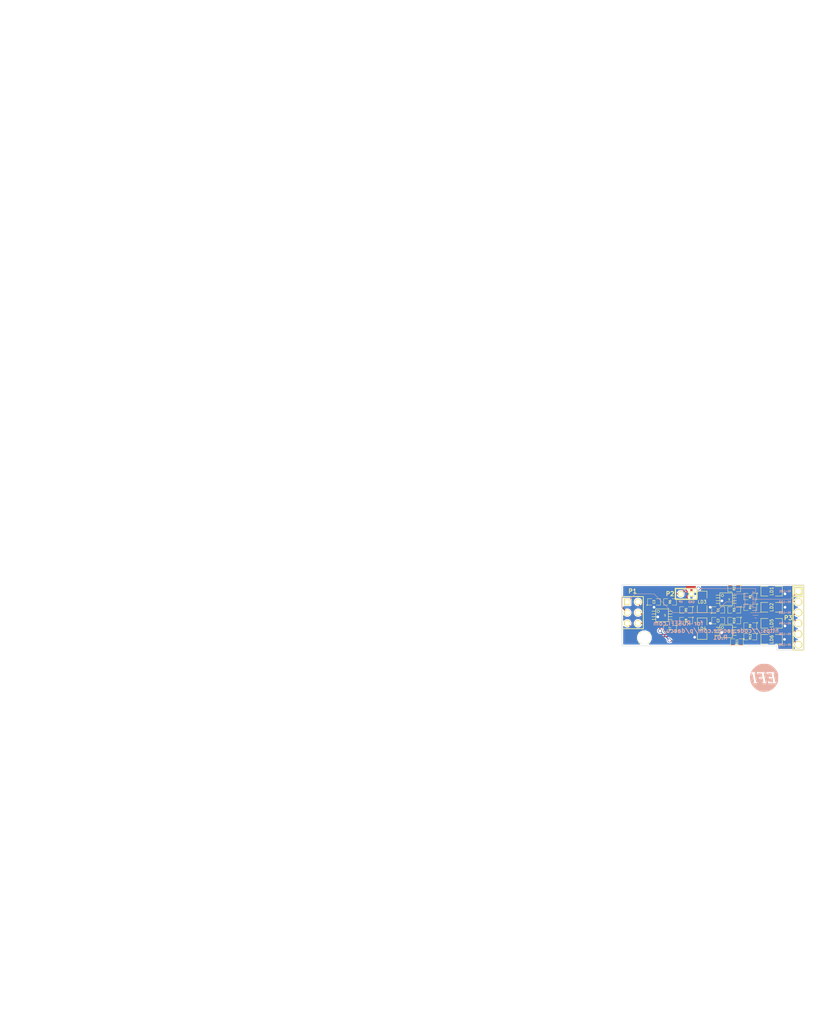
<source format=kicad_pcb>
(kicad_pcb (version 3) (host pcbnew "(2013-07-07 BZR 4022)-stable")

  (general
    (links 48)
    (no_connects 0)
    (area 28.778999 12.121499 224.790001 255.053501)
    (thickness 1.6)
    (drawings 68)
    (tracks 173)
    (zones 0)
    (modules 29)
    (nets 27)
  )

  (page B)
  (title_block 
    (title "High or low side drive board for RUSEFI.com")
    (rev .01)
    (company RUSEFI.com)
    (comment 2 Art_Electro)
    (comment 3 Art_Electro)
  )

  (layers
    (15 F.Cu signal)
    (0 B.Cu signal)
    (16 B.Adhes user)
    (17 F.Adhes user)
    (18 B.Paste user)
    (19 F.Paste user)
    (20 B.SilkS user)
    (21 F.SilkS user)
    (22 B.Mask user)
    (23 F.Mask user)
    (24 Dwgs.User user)
    (25 Cmts.User user)
    (26 Eco1.User user)
    (27 Eco2.User user)
    (28 Edge.Cuts user)
  )

  (setup
    (last_trace_width 0.254)
    (trace_clearance 0.2032)
    (zone_clearance 0.254)
    (zone_45_only no)
    (trace_min 0.254)
    (segment_width 0.1)
    (edge_width 0.1)
    (via_size 0.889)
    (via_drill 0.635)
    (via_min_size 0.889)
    (via_min_drill 0.508)
    (uvia_size 0.508)
    (uvia_drill 0.127)
    (uvias_allowed no)
    (uvia_min_size 0.508)
    (uvia_min_drill 0.127)
    (pcb_text_width 0.3)
    (pcb_text_size 1.5 1.5)
    (mod_edge_width 0.15)
    (mod_text_size 1 1)
    (mod_text_width 0.15)
    (pad_size 3 3)
    (pad_drill 3)
    (pad_to_mask_clearance 0)
    (aux_axis_origin 0 0)
    (visible_elements 7FFFFBBF)
    (pcbplotparams
      (layerselection 317751297)
      (usegerberextensions true)
      (excludeedgelayer true)
      (linewidth 0.150000)
      (plotframeref false)
      (viasonmask false)
      (mode 1)
      (useauxorigin false)
      (hpglpennumber 1)
      (hpglpenspeed 20)
      (hpglpendiameter 15)
      (hpglpenoverlay 2)
      (psnegative false)
      (psa4output false)
      (plotreference true)
      (plotvalue true)
      (plotothertext true)
      (plotinvisibletext false)
      (padsonsilk false)
      (subtractmaskfromsilk false)
      (outputformat 1)
      (mirror false)
      (drillshape 0)
      (scaleselection 1)
      (outputdirectory gerber))
  )

  (net 0 "")
  (net 1 /HL1)
  (net 2 /HL2)
  (net 3 /HL3)
  (net 4 /HL4)
  (net 5 /HL5)
  (net 6 /HL6)
  (net 7 /H_IN1)
  (net 8 /H_IN2)
  (net 9 /H_IN3)
  (net 10 /H_IN4)
  (net 11 /H_IN5)
  (net 12 /H_IN6)
  (net 13 /VP)
  (net 14 GND)
  (net 15 N-0000010)
  (net 16 N-0000011)
  (net 17 N-0000019)
  (net 18 N-0000021)
  (net 19 N-0000022)
  (net 20 N-0000023)
  (net 21 N-0000024)
  (net 22 N-0000025)
  (net 23 N-0000026)
  (net 24 N-0000029)
  (net 25 N-000006)
  (net 26 N-000008)

  (net_class Default "This is the default net class."
    (clearance 0.2032)
    (trace_width 0.254)
    (via_dia 0.889)
    (via_drill 0.635)
    (uvia_dia 0.508)
    (uvia_drill 0.127)
    (add_net "")
    (add_net /HL1)
    (add_net /HL2)
    (add_net /HL3)
    (add_net /HL4)
    (add_net /HL5)
    (add_net /HL6)
    (add_net /H_IN1)
    (add_net /H_IN2)
    (add_net /H_IN3)
    (add_net /H_IN4)
    (add_net /H_IN5)
    (add_net /H_IN6)
    (add_net /VP)
    (add_net GND)
    (add_net N-0000010)
    (add_net N-0000011)
    (add_net N-0000019)
    (add_net N-0000021)
    (add_net N-0000022)
    (add_net N-0000023)
    (add_net N-0000024)
    (add_net N-0000025)
    (add_net N-0000026)
    (add_net N-0000029)
    (add_net N-000006)
    (add_net N-000008)
  )

  (net_class .02 ""
    (clearance 0.2032)
    (trace_width 0.508)
    (via_dia 0.889)
    (via_drill 0.635)
    (uvia_dia 0.508)
    (uvia_drill 0.127)
  )

  (module SM1206 (layer F.Cu) (tedit 52E64023) (tstamp 52E63DA1)
    (at 195.58 161.29 270)
    (path /52E63D3F)
    (attr smd)
    (fp_text reference LD4 (at 0 0 360) (layer F.SilkS)
      (effects (font (size 0.762 0.762) (thickness 0.127)))
    )
    (fp_text value LED (at 0 0 270) (layer F.SilkS) hide
      (effects (font (size 0.762 0.762) (thickness 0.127)))
    )
    (fp_line (start -2.54 -1.143) (end -2.54 1.143) (layer F.SilkS) (width 0.127))
    (fp_line (start -2.54 1.143) (end -0.889 1.143) (layer F.SilkS) (width 0.127))
    (fp_line (start 0.889 -1.143) (end 2.54 -1.143) (layer F.SilkS) (width 0.127))
    (fp_line (start 2.54 -1.143) (end 2.54 1.143) (layer F.SilkS) (width 0.127))
    (fp_line (start 2.54 1.143) (end 0.889 1.143) (layer F.SilkS) (width 0.127))
    (fp_line (start -0.889 -1.143) (end -2.54 -1.143) (layer F.SilkS) (width 0.127))
    (pad 1 smd rect (at -1.651 0 270) (size 1.524 2.032)
      (layers F.Cu F.Paste F.Mask)
      (net 21 N-0000024)
    )
    (pad 2 smd rect (at 1.651 0 270) (size 1.524 2.032)
      (layers F.Cu F.Paste F.Mask)
      (net 14 GND)
    )
    (model smd/chip_cms.wrl
      (at (xyz 0 0 0))
      (scale (xyz 0.17 0.16 0.16))
      (rotate (xyz 0 0 0))
    )
  )

  (module SM1206 (layer F.Cu) (tedit 52E6402D) (tstamp 52E63DAD)
    (at 212.09 160.02)
    (path /52E63CC7)
    (attr smd)
    (fp_text reference LD5 (at 0 0 90) (layer F.SilkS)
      (effects (font (size 0.762 0.762) (thickness 0.127)))
    )
    (fp_text value LED (at 0 0) (layer F.SilkS) hide
      (effects (font (size 0.762 0.762) (thickness 0.127)))
    )
    (fp_line (start -2.54 -1.143) (end -2.54 1.143) (layer F.SilkS) (width 0.127))
    (fp_line (start -2.54 1.143) (end -0.889 1.143) (layer F.SilkS) (width 0.127))
    (fp_line (start 0.889 -1.143) (end 2.54 -1.143) (layer F.SilkS) (width 0.127))
    (fp_line (start 2.54 -1.143) (end 2.54 1.143) (layer F.SilkS) (width 0.127))
    (fp_line (start 2.54 1.143) (end 0.889 1.143) (layer F.SilkS) (width 0.127))
    (fp_line (start -0.889 -1.143) (end -2.54 -1.143) (layer F.SilkS) (width 0.127))
    (pad 1 smd rect (at -1.651 0) (size 1.524 2.032)
      (layers F.Cu F.Paste F.Mask)
      (net 25 N-000006)
    )
    (pad 2 smd rect (at 1.651 0) (size 1.524 2.032)
      (layers F.Cu F.Paste F.Mask)
      (net 14 GND)
    )
    (model smd/chip_cms.wrl
      (at (xyz 0 0 0))
      (scale (xyz 0.17 0.16 0.16))
      (rotate (xyz 0 0 0))
    )
  )

  (module SM1206 (layer F.Cu) (tedit 52E6402E) (tstamp 52E63DB9)
    (at 212.09 156.21)
    (path /52E63D2C)
    (attr smd)
    (fp_text reference LD2 (at 0 0 90) (layer F.SilkS)
      (effects (font (size 0.762 0.762) (thickness 0.127)))
    )
    (fp_text value LED (at 0 0) (layer F.SilkS) hide
      (effects (font (size 0.762 0.762) (thickness 0.127)))
    )
    (fp_line (start -2.54 -1.143) (end -2.54 1.143) (layer F.SilkS) (width 0.127))
    (fp_line (start -2.54 1.143) (end -0.889 1.143) (layer F.SilkS) (width 0.127))
    (fp_line (start 0.889 -1.143) (end 2.54 -1.143) (layer F.SilkS) (width 0.127))
    (fp_line (start 2.54 -1.143) (end 2.54 1.143) (layer F.SilkS) (width 0.127))
    (fp_line (start 2.54 1.143) (end 0.889 1.143) (layer F.SilkS) (width 0.127))
    (fp_line (start -0.889 -1.143) (end -2.54 -1.143) (layer F.SilkS) (width 0.127))
    (pad 1 smd rect (at -1.651 0) (size 1.524 2.032)
      (layers F.Cu F.Paste F.Mask)
      (net 26 N-000008)
    )
    (pad 2 smd rect (at 1.651 0) (size 1.524 2.032)
      (layers F.Cu F.Paste F.Mask)
      (net 14 GND)
    )
    (model smd/chip_cms.wrl
      (at (xyz 0 0 0))
      (scale (xyz 0.17 0.16 0.16))
      (rotate (xyz 0 0 0))
    )
  )

  (module SM1206 (layer F.Cu) (tedit 52E6402F) (tstamp 52E63DC5)
    (at 212.09 152.4)
    (path /52E63D36)
    (attr smd)
    (fp_text reference LD1 (at 0 0 90) (layer F.SilkS)
      (effects (font (size 0.762 0.762) (thickness 0.127)))
    )
    (fp_text value LED (at 0 0) (layer F.SilkS) hide
      (effects (font (size 0.762 0.762) (thickness 0.127)))
    )
    (fp_line (start -2.54 -1.143) (end -2.54 1.143) (layer F.SilkS) (width 0.127))
    (fp_line (start -2.54 1.143) (end -0.889 1.143) (layer F.SilkS) (width 0.127))
    (fp_line (start 0.889 -1.143) (end 2.54 -1.143) (layer F.SilkS) (width 0.127))
    (fp_line (start 2.54 -1.143) (end 2.54 1.143) (layer F.SilkS) (width 0.127))
    (fp_line (start 2.54 1.143) (end 0.889 1.143) (layer F.SilkS) (width 0.127))
    (fp_line (start -0.889 -1.143) (end -2.54 -1.143) (layer F.SilkS) (width 0.127))
    (pad 1 smd rect (at -1.651 0) (size 1.524 2.032)
      (layers F.Cu F.Paste F.Mask)
      (net 19 N-0000022)
    )
    (pad 2 smd rect (at 1.651 0) (size 1.524 2.032)
      (layers F.Cu F.Paste F.Mask)
      (net 14 GND)
    )
    (model smd/chip_cms.wrl
      (at (xyz 0 0 0))
      (scale (xyz 0.17 0.16 0.16))
      (rotate (xyz 0 0 0))
    )
  )

  (module SM1206 (layer F.Cu) (tedit 52E64030) (tstamp 52E63DD1)
    (at 212.09 163.83)
    (path /52E5BF3C)
    (attr smd)
    (fp_text reference LD6 (at 0 0 90) (layer F.SilkS)
      (effects (font (size 0.762 0.762) (thickness 0.127)))
    )
    (fp_text value LED (at 0 0) (layer F.SilkS) hide
      (effects (font (size 0.762 0.762) (thickness 0.127)))
    )
    (fp_line (start -2.54 -1.143) (end -2.54 1.143) (layer F.SilkS) (width 0.127))
    (fp_line (start -2.54 1.143) (end -0.889 1.143) (layer F.SilkS) (width 0.127))
    (fp_line (start 0.889 -1.143) (end 2.54 -1.143) (layer F.SilkS) (width 0.127))
    (fp_line (start 2.54 -1.143) (end 2.54 1.143) (layer F.SilkS) (width 0.127))
    (fp_line (start 2.54 1.143) (end 0.889 1.143) (layer F.SilkS) (width 0.127))
    (fp_line (start -0.889 -1.143) (end -2.54 -1.143) (layer F.SilkS) (width 0.127))
    (pad 1 smd rect (at -1.651 0) (size 1.524 2.032)
      (layers F.Cu F.Paste F.Mask)
      (net 22 N-0000025)
    )
    (pad 2 smd rect (at 1.651 0) (size 1.524 2.032)
      (layers F.Cu F.Paste F.Mask)
      (net 14 GND)
    )
    (model smd/chip_cms.wrl
      (at (xyz 0 0 0))
      (scale (xyz 0.17 0.16 0.16))
      (rotate (xyz 0 0 0))
    )
  )

  (module SM1206 (layer F.Cu) (tedit 52E64000) (tstamp 52E63DDD)
    (at 195.58 154.94 90)
    (path /52E63D48)
    (attr smd)
    (fp_text reference LD3 (at 0 0 180) (layer F.SilkS)
      (effects (font (size 0.762 0.762) (thickness 0.127)))
    )
    (fp_text value LED (at 0 0 90) (layer F.SilkS) hide
      (effects (font (size 0.762 0.762) (thickness 0.127)))
    )
    (fp_line (start -2.54 -1.143) (end -2.54 1.143) (layer F.SilkS) (width 0.127))
    (fp_line (start -2.54 1.143) (end -0.889 1.143) (layer F.SilkS) (width 0.127))
    (fp_line (start 0.889 -1.143) (end 2.54 -1.143) (layer F.SilkS) (width 0.127))
    (fp_line (start 2.54 -1.143) (end 2.54 1.143) (layer F.SilkS) (width 0.127))
    (fp_line (start 2.54 1.143) (end 0.889 1.143) (layer F.SilkS) (width 0.127))
    (fp_line (start -0.889 -1.143) (end -2.54 -1.143) (layer F.SilkS) (width 0.127))
    (pad 1 smd rect (at -1.651 0 90) (size 1.524 2.032)
      (layers F.Cu F.Paste F.Mask)
      (net 17 N-0000019)
    )
    (pad 2 smd rect (at 1.651 0 90) (size 1.524 2.032)
      (layers F.Cu F.Paste F.Mask)
      (net 14 GND)
    )
    (model smd/chip_cms.wrl
      (at (xyz 0 0 0))
      (scale (xyz 0.17 0.16 0.16))
      (rotate (xyz 0 0 0))
    )
  )

  (module SM0805 (layer F.Cu) (tedit 52E66D4D) (tstamp 52E63DEA)
    (at 187.96 161.29 180)
    (path /52E63D51)
    (attr smd)
    (fp_text reference R7 (at 0 0 270) (layer F.SilkS)
      (effects (font (size 0.50038 0.50038) (thickness 0.10922)))
    )
    (fp_text value 2700 (at 0 0.381 180) (layer F.SilkS) hide
      (effects (font (size 0.50038 0.50038) (thickness 0.10922)))
    )
    (fp_circle (center -1.651 0.762) (end -1.651 0.635) (layer F.SilkS) (width 0.09906))
    (fp_line (start -0.508 0.762) (end -1.524 0.762) (layer F.SilkS) (width 0.09906))
    (fp_line (start -1.524 0.762) (end -1.524 -0.762) (layer F.SilkS) (width 0.09906))
    (fp_line (start -1.524 -0.762) (end -0.508 -0.762) (layer F.SilkS) (width 0.09906))
    (fp_line (start 0.508 -0.762) (end 1.524 -0.762) (layer F.SilkS) (width 0.09906))
    (fp_line (start 1.524 -0.762) (end 1.524 0.762) (layer F.SilkS) (width 0.09906))
    (fp_line (start 1.524 0.762) (end 0.508 0.762) (layer F.SilkS) (width 0.09906))
    (pad 1 smd rect (at -0.9525 0 180) (size 0.889 1.397)
      (layers F.Cu F.Paste F.Mask)
      (net 21 N-0000024)
    )
    (pad 2 smd rect (at 0.9525 0 180) (size 0.889 1.397)
      (layers F.Cu F.Paste F.Mask)
      (net 16 N-0000011)
    )
    (model smd/chip_cms.wrl
      (at (xyz 0 0 0))
      (scale (xyz 0.1 0.1 0.1))
      (rotate (xyz 0 0 0))
    )
  )

  (module SM0805 (layer F.Cu) (tedit 52E66D47) (tstamp 52E63DF7)
    (at 191.77 159.385 180)
    (path /52E63D5A)
    (attr smd)
    (fp_text reference R8 (at 0 0 270) (layer F.SilkS)
      (effects (font (size 0.50038 0.50038) (thickness 0.10922)))
    )
    (fp_text value 100 (at 0 0.381 180) (layer F.SilkS) hide
      (effects (font (size 0.50038 0.50038) (thickness 0.10922)))
    )
    (fp_circle (center -1.651 0.762) (end -1.651 0.635) (layer F.SilkS) (width 0.09906))
    (fp_line (start -0.508 0.762) (end -1.524 0.762) (layer F.SilkS) (width 0.09906))
    (fp_line (start -1.524 0.762) (end -1.524 -0.762) (layer F.SilkS) (width 0.09906))
    (fp_line (start -1.524 -0.762) (end -0.508 -0.762) (layer F.SilkS) (width 0.09906))
    (fp_line (start 0.508 -0.762) (end 1.524 -0.762) (layer F.SilkS) (width 0.09906))
    (fp_line (start 1.524 -0.762) (end 1.524 0.762) (layer F.SilkS) (width 0.09906))
    (fp_line (start 1.524 0.762) (end 0.508 0.762) (layer F.SilkS) (width 0.09906))
    (pad 1 smd rect (at -0.9525 0 180) (size 0.889 1.397)
      (layers F.Cu F.Paste F.Mask)
      (net 4 /HL4)
    )
    (pad 2 smd rect (at 0.9525 0 180) (size 0.889 1.397)
      (layers F.Cu F.Paste F.Mask)
      (net 16 N-0000011)
    )
    (model smd/chip_cms.wrl
      (at (xyz 0 0 0))
      (scale (xyz 0.1 0.1 0.1))
      (rotate (xyz 0 0 0))
    )
  )

  (module SM0805 (layer F.Cu) (tedit 52E66D2A) (tstamp 52E63E04)
    (at 203.2 159.385 180)
    (path /52E63CB5)
    (attr smd)
    (fp_text reference R10 (at 0 0 270) (layer F.SilkS)
      (effects (font (size 0.50038 0.50038) (thickness 0.10922)))
    )
    (fp_text value 2700 (at 0 0.381 180) (layer F.SilkS) hide
      (effects (font (size 0.50038 0.50038) (thickness 0.10922)))
    )
    (fp_circle (center -1.651 0.762) (end -1.651 0.635) (layer F.SilkS) (width 0.09906))
    (fp_line (start -0.508 0.762) (end -1.524 0.762) (layer F.SilkS) (width 0.09906))
    (fp_line (start -1.524 0.762) (end -1.524 -0.762) (layer F.SilkS) (width 0.09906))
    (fp_line (start -1.524 -0.762) (end -0.508 -0.762) (layer F.SilkS) (width 0.09906))
    (fp_line (start 0.508 -0.762) (end 1.524 -0.762) (layer F.SilkS) (width 0.09906))
    (fp_line (start 1.524 -0.762) (end 1.524 0.762) (layer F.SilkS) (width 0.09906))
    (fp_line (start 1.524 0.762) (end 0.508 0.762) (layer F.SilkS) (width 0.09906))
    (pad 1 smd rect (at -0.9525 0 180) (size 0.889 1.397)
      (layers F.Cu F.Paste F.Mask)
      (net 25 N-000006)
    )
    (pad 2 smd rect (at 0.9525 0 180) (size 0.889 1.397)
      (layers F.Cu F.Paste F.Mask)
      (net 23 N-0000026)
    )
    (model smd/chip_cms.wrl
      (at (xyz 0 0 0))
      (scale (xyz 0.1 0.1 0.1))
      (rotate (xyz 0 0 0))
    )
  )

  (module SM0805 (layer F.Cu) (tedit 52E66D29) (tstamp 52E63E11)
    (at 203.2 156.845 180)
    (path /52E63D63)
    (attr smd)
    (fp_text reference R3 (at 0 0 270) (layer F.SilkS)
      (effects (font (size 0.50038 0.50038) (thickness 0.10922)))
    )
    (fp_text value 2700 (at 0 0.381 180) (layer F.SilkS) hide
      (effects (font (size 0.50038 0.50038) (thickness 0.10922)))
    )
    (fp_circle (center -1.651 0.762) (end -1.651 0.635) (layer F.SilkS) (width 0.09906))
    (fp_line (start -0.508 0.762) (end -1.524 0.762) (layer F.SilkS) (width 0.09906))
    (fp_line (start -1.524 0.762) (end -1.524 -0.762) (layer F.SilkS) (width 0.09906))
    (fp_line (start -1.524 -0.762) (end -0.508 -0.762) (layer F.SilkS) (width 0.09906))
    (fp_line (start 0.508 -0.762) (end 1.524 -0.762) (layer F.SilkS) (width 0.09906))
    (fp_line (start 1.524 -0.762) (end 1.524 0.762) (layer F.SilkS) (width 0.09906))
    (fp_line (start 1.524 0.762) (end 0.508 0.762) (layer F.SilkS) (width 0.09906))
    (pad 1 smd rect (at -0.9525 0 180) (size 0.889 1.397)
      (layers F.Cu F.Paste F.Mask)
      (net 26 N-000008)
    )
    (pad 2 smd rect (at 0.9525 0 180) (size 0.889 1.397)
      (layers F.Cu F.Paste F.Mask)
      (net 15 N-0000010)
    )
    (model smd/chip_cms.wrl
      (at (xyz 0 0 0))
      (scale (xyz 0.1 0.1 0.1))
      (rotate (xyz 0 0 0))
    )
  )

  (module SM0805 (layer F.Cu) (tedit 52E66D3F) (tstamp 52E63E1E)
    (at 207.01 156.21 180)
    (path /52E63D6C)
    (attr smd)
    (fp_text reference R4 (at 0 0 270) (layer F.SilkS)
      (effects (font (size 0.50038 0.50038) (thickness 0.10922)))
    )
    (fp_text value 100 (at 0 0.381 180) (layer F.SilkS) hide
      (effects (font (size 0.50038 0.50038) (thickness 0.10922)))
    )
    (fp_circle (center -1.651 0.762) (end -1.651 0.635) (layer F.SilkS) (width 0.09906))
    (fp_line (start -0.508 0.762) (end -1.524 0.762) (layer F.SilkS) (width 0.09906))
    (fp_line (start -1.524 0.762) (end -1.524 -0.762) (layer F.SilkS) (width 0.09906))
    (fp_line (start -1.524 -0.762) (end -0.508 -0.762) (layer F.SilkS) (width 0.09906))
    (fp_line (start 0.508 -0.762) (end 1.524 -0.762) (layer F.SilkS) (width 0.09906))
    (fp_line (start 1.524 -0.762) (end 1.524 0.762) (layer F.SilkS) (width 0.09906))
    (fp_line (start 1.524 0.762) (end 0.508 0.762) (layer F.SilkS) (width 0.09906))
    (pad 1 smd rect (at -0.9525 0 180) (size 0.889 1.397)
      (layers F.Cu F.Paste F.Mask)
      (net 2 /HL2)
    )
    (pad 2 smd rect (at 0.9525 0 180) (size 0.889 1.397)
      (layers F.Cu F.Paste F.Mask)
      (net 15 N-0000010)
    )
    (model smd/chip_cms.wrl
      (at (xyz 0 0 0))
      (scale (xyz 0.1 0.1 0.1))
      (rotate (xyz 0 0 0))
    )
  )

  (module SM0805 (layer F.Cu) (tedit 52E66D34) (tstamp 52E63E2B)
    (at 199.39 159.385)
    (path /52E63D75)
    (attr smd)
    (fp_text reference C2 (at 0 0 90) (layer F.SilkS)
      (effects (font (size 0.50038 0.50038) (thickness 0.10922)))
    )
    (fp_text value 0.1uF (at 0 0.381) (layer F.SilkS) hide
      (effects (font (size 0.50038 0.50038) (thickness 0.10922)))
    )
    (fp_circle (center -1.651 0.762) (end -1.651 0.635) (layer F.SilkS) (width 0.09906))
    (fp_line (start -0.508 0.762) (end -1.524 0.762) (layer F.SilkS) (width 0.09906))
    (fp_line (start -1.524 0.762) (end -1.524 -0.762) (layer F.SilkS) (width 0.09906))
    (fp_line (start -1.524 -0.762) (end -0.508 -0.762) (layer F.SilkS) (width 0.09906))
    (fp_line (start 0.508 -0.762) (end 1.524 -0.762) (layer F.SilkS) (width 0.09906))
    (fp_line (start 1.524 -0.762) (end 1.524 0.762) (layer F.SilkS) (width 0.09906))
    (fp_line (start 1.524 0.762) (end 0.508 0.762) (layer F.SilkS) (width 0.09906))
    (pad 1 smd rect (at -0.9525 0) (size 0.889 1.397)
      (layers F.Cu F.Paste F.Mask)
      (net 14 GND)
    )
    (pad 2 smd rect (at 0.9525 0) (size 0.889 1.397)
      (layers F.Cu F.Paste F.Mask)
      (net 13 /VP)
    )
    (model smd/chip_cms.wrl
      (at (xyz 0 0 0))
      (scale (xyz 0.1 0.1 0.1))
      (rotate (xyz 0 0 0))
    )
  )

  (module SM0805 (layer F.Cu) (tedit 52E66D3D) (tstamp 52E63E38)
    (at 207.01 153.67 180)
    (path /52E63D23)
    (attr smd)
    (fp_text reference R1 (at 0 0 270) (layer F.SilkS)
      (effects (font (size 0.50038 0.50038) (thickness 0.10922)))
    )
    (fp_text value 100 (at 0 0.381 180) (layer F.SilkS) hide
      (effects (font (size 0.50038 0.50038) (thickness 0.10922)))
    )
    (fp_circle (center -1.651 0.762) (end -1.651 0.635) (layer F.SilkS) (width 0.09906))
    (fp_line (start -0.508 0.762) (end -1.524 0.762) (layer F.SilkS) (width 0.09906))
    (fp_line (start -1.524 0.762) (end -1.524 -0.762) (layer F.SilkS) (width 0.09906))
    (fp_line (start -1.524 -0.762) (end -0.508 -0.762) (layer F.SilkS) (width 0.09906))
    (fp_line (start 0.508 -0.762) (end 1.524 -0.762) (layer F.SilkS) (width 0.09906))
    (fp_line (start 1.524 -0.762) (end 1.524 0.762) (layer F.SilkS) (width 0.09906))
    (fp_line (start 1.524 0.762) (end 0.508 0.762) (layer F.SilkS) (width 0.09906))
    (pad 1 smd rect (at -0.9525 0 180) (size 0.889 1.397)
      (layers F.Cu F.Paste F.Mask)
      (net 1 /HL1)
    )
    (pad 2 smd rect (at 0.9525 0 180) (size 0.889 1.397)
      (layers F.Cu F.Paste F.Mask)
      (net 20 N-0000023)
    )
    (model smd/chip_cms.wrl
      (at (xyz 0 0 0))
      (scale (xyz 0.1 0.1 0.1))
      (rotate (xyz 0 0 0))
    )
  )

  (module SM0805 (layer F.Cu) (tedit 52E66D30) (tstamp 52E63E45)
    (at 203.2 151.765 180)
    (path /52E63D1A)
    (attr smd)
    (fp_text reference R2 (at 0 0 270) (layer F.SilkS)
      (effects (font (size 0.50038 0.50038) (thickness 0.10922)))
    )
    (fp_text value 2700 (at 0 0.381 180) (layer F.SilkS) hide
      (effects (font (size 0.50038 0.50038) (thickness 0.10922)))
    )
    (fp_circle (center -1.651 0.762) (end -1.651 0.635) (layer F.SilkS) (width 0.09906))
    (fp_line (start -0.508 0.762) (end -1.524 0.762) (layer F.SilkS) (width 0.09906))
    (fp_line (start -1.524 0.762) (end -1.524 -0.762) (layer F.SilkS) (width 0.09906))
    (fp_line (start -1.524 -0.762) (end -0.508 -0.762) (layer F.SilkS) (width 0.09906))
    (fp_line (start 0.508 -0.762) (end 1.524 -0.762) (layer F.SilkS) (width 0.09906))
    (fp_line (start 1.524 -0.762) (end 1.524 0.762) (layer F.SilkS) (width 0.09906))
    (fp_line (start 1.524 0.762) (end 0.508 0.762) (layer F.SilkS) (width 0.09906))
    (pad 1 smd rect (at -0.9525 0 180) (size 0.889 1.397)
      (layers F.Cu F.Paste F.Mask)
      (net 19 N-0000022)
    )
    (pad 2 smd rect (at 0.9525 0 180) (size 0.889 1.397)
      (layers F.Cu F.Paste F.Mask)
      (net 20 N-0000023)
    )
    (model smd/chip_cms.wrl
      (at (xyz 0 0 0))
      (scale (xyz 0.1 0.1 0.1))
      (rotate (xyz 0 0 0))
    )
  )

  (module SM0805 (layer F.Cu) (tedit 52E66D49) (tstamp 52E63E52)
    (at 191.77 156.845 180)
    (path /52E63D11)
    (attr smd)
    (fp_text reference R5 (at 0 0 270) (layer F.SilkS)
      (effects (font (size 0.50038 0.50038) (thickness 0.10922)))
    )
    (fp_text value 100 (at 0 0.381 180) (layer F.SilkS) hide
      (effects (font (size 0.50038 0.50038) (thickness 0.10922)))
    )
    (fp_circle (center -1.651 0.762) (end -1.651 0.635) (layer F.SilkS) (width 0.09906))
    (fp_line (start -0.508 0.762) (end -1.524 0.762) (layer F.SilkS) (width 0.09906))
    (fp_line (start -1.524 0.762) (end -1.524 -0.762) (layer F.SilkS) (width 0.09906))
    (fp_line (start -1.524 -0.762) (end -0.508 -0.762) (layer F.SilkS) (width 0.09906))
    (fp_line (start 0.508 -0.762) (end 1.524 -0.762) (layer F.SilkS) (width 0.09906))
    (fp_line (start 1.524 -0.762) (end 1.524 0.762) (layer F.SilkS) (width 0.09906))
    (fp_line (start 1.524 0.762) (end 0.508 0.762) (layer F.SilkS) (width 0.09906))
    (pad 1 smd rect (at -0.9525 0 180) (size 0.889 1.397)
      (layers F.Cu F.Paste F.Mask)
      (net 3 /HL3)
    )
    (pad 2 smd rect (at 0.9525 0 180) (size 0.889 1.397)
      (layers F.Cu F.Paste F.Mask)
      (net 18 N-0000021)
    )
    (model smd/chip_cms.wrl
      (at (xyz 0 0 0))
      (scale (xyz 0.1 0.1 0.1))
      (rotate (xyz 0 0 0))
    )
  )

  (module SM0805 (layer F.Cu) (tedit 52E66D4B) (tstamp 52E63E5F)
    (at 187.96 154.94 180)
    (path /52E63D08)
    (attr smd)
    (fp_text reference R6 (at 0 0 270) (layer F.SilkS)
      (effects (font (size 0.50038 0.50038) (thickness 0.10922)))
    )
    (fp_text value 2700 (at 0 0.381 180) (layer F.SilkS) hide
      (effects (font (size 0.50038 0.50038) (thickness 0.10922)))
    )
    (fp_circle (center -1.651 0.762) (end -1.651 0.635) (layer F.SilkS) (width 0.09906))
    (fp_line (start -0.508 0.762) (end -1.524 0.762) (layer F.SilkS) (width 0.09906))
    (fp_line (start -1.524 0.762) (end -1.524 -0.762) (layer F.SilkS) (width 0.09906))
    (fp_line (start -1.524 -0.762) (end -0.508 -0.762) (layer F.SilkS) (width 0.09906))
    (fp_line (start 0.508 -0.762) (end 1.524 -0.762) (layer F.SilkS) (width 0.09906))
    (fp_line (start 1.524 -0.762) (end 1.524 0.762) (layer F.SilkS) (width 0.09906))
    (fp_line (start 1.524 0.762) (end 0.508 0.762) (layer F.SilkS) (width 0.09906))
    (pad 1 smd rect (at -0.9525 0 180) (size 0.889 1.397)
      (layers F.Cu F.Paste F.Mask)
      (net 17 N-0000019)
    )
    (pad 2 smd rect (at 0.9525 0 180) (size 0.889 1.397)
      (layers F.Cu F.Paste F.Mask)
      (net 18 N-0000021)
    )
    (model smd/chip_cms.wrl
      (at (xyz 0 0 0))
      (scale (xyz 0.1 0.1 0.1))
      (rotate (xyz 0 0 0))
    )
  )

  (module SM0805 (layer F.Cu) (tedit 52E66D32) (tstamp 52E63E6C)
    (at 199.39 156.845)
    (path /52E63D7E)
    (attr smd)
    (fp_text reference C1 (at 0 0 90) (layer F.SilkS)
      (effects (font (size 0.50038 0.50038) (thickness 0.10922)))
    )
    (fp_text value 0.1uF (at 0 0.381) (layer F.SilkS) hide
      (effects (font (size 0.50038 0.50038) (thickness 0.10922)))
    )
    (fp_circle (center -1.651 0.762) (end -1.651 0.635) (layer F.SilkS) (width 0.09906))
    (fp_line (start -0.508 0.762) (end -1.524 0.762) (layer F.SilkS) (width 0.09906))
    (fp_line (start -1.524 0.762) (end -1.524 -0.762) (layer F.SilkS) (width 0.09906))
    (fp_line (start -1.524 -0.762) (end -0.508 -0.762) (layer F.SilkS) (width 0.09906))
    (fp_line (start 0.508 -0.762) (end 1.524 -0.762) (layer F.SilkS) (width 0.09906))
    (fp_line (start 1.524 -0.762) (end 1.524 0.762) (layer F.SilkS) (width 0.09906))
    (fp_line (start 1.524 0.762) (end 0.508 0.762) (layer F.SilkS) (width 0.09906))
    (pad 1 smd rect (at -0.9525 0) (size 0.889 1.397)
      (layers F.Cu F.Paste F.Mask)
      (net 14 GND)
    )
    (pad 2 smd rect (at 0.9525 0) (size 0.889 1.397)
      (layers F.Cu F.Paste F.Mask)
      (net 13 /VP)
    )
    (model smd/chip_cms.wrl
      (at (xyz 0 0 0))
      (scale (xyz 0.1 0.1 0.1))
      (rotate (xyz 0 0 0))
    )
  )

  (module SM0805 (layer F.Cu) (tedit 52E66D41) (tstamp 52E63E79)
    (at 207.01 160.655 180)
    (path /52E63CBE)
    (attr smd)
    (fp_text reference R9 (at 0 0 270) (layer F.SilkS)
      (effects (font (size 0.50038 0.50038) (thickness 0.10922)))
    )
    (fp_text value 100 (at 0 0.381 180) (layer F.SilkS) hide
      (effects (font (size 0.50038 0.50038) (thickness 0.10922)))
    )
    (fp_circle (center -1.651 0.762) (end -1.651 0.635) (layer F.SilkS) (width 0.09906))
    (fp_line (start -0.508 0.762) (end -1.524 0.762) (layer F.SilkS) (width 0.09906))
    (fp_line (start -1.524 0.762) (end -1.524 -0.762) (layer F.SilkS) (width 0.09906))
    (fp_line (start -1.524 -0.762) (end -0.508 -0.762) (layer F.SilkS) (width 0.09906))
    (fp_line (start 0.508 -0.762) (end 1.524 -0.762) (layer F.SilkS) (width 0.09906))
    (fp_line (start 1.524 -0.762) (end 1.524 0.762) (layer F.SilkS) (width 0.09906))
    (fp_line (start 1.524 0.762) (end 0.508 0.762) (layer F.SilkS) (width 0.09906))
    (pad 1 smd rect (at -0.9525 0 180) (size 0.889 1.397)
      (layers F.Cu F.Paste F.Mask)
      (net 5 /HL5)
    )
    (pad 2 smd rect (at 0.9525 0 180) (size 0.889 1.397)
      (layers F.Cu F.Paste F.Mask)
      (net 23 N-0000026)
    )
    (model smd/chip_cms.wrl
      (at (xyz 0 0 0))
      (scale (xyz 0.1 0.1 0.1))
      (rotate (xyz 0 0 0))
    )
  )

  (module SM0805 (layer F.Cu) (tedit 52E66E45) (tstamp 52E63E86)
    (at 184.15 154.94)
    (path /524F7FBD)
    (attr smd)
    (fp_text reference C3 (at 0 0 90) (layer F.SilkS)
      (effects (font (size 0.50038 0.50038) (thickness 0.10922)))
    )
    (fp_text value 0.1uF (at 0 0.381) (layer F.SilkS) hide
      (effects (font (size 0.50038 0.50038) (thickness 0.10922)))
    )
    (fp_circle (center -1.651 0.762) (end -1.651 0.635) (layer F.SilkS) (width 0.09906))
    (fp_line (start -0.508 0.762) (end -1.524 0.762) (layer F.SilkS) (width 0.09906))
    (fp_line (start -1.524 0.762) (end -1.524 -0.762) (layer F.SilkS) (width 0.09906))
    (fp_line (start -1.524 -0.762) (end -0.508 -0.762) (layer F.SilkS) (width 0.09906))
    (fp_line (start 0.508 -0.762) (end 1.524 -0.762) (layer F.SilkS) (width 0.09906))
    (fp_line (start 1.524 -0.762) (end 1.524 0.762) (layer F.SilkS) (width 0.09906))
    (fp_line (start 1.524 0.762) (end 0.508 0.762) (layer F.SilkS) (width 0.09906))
    (pad 1 smd rect (at -0.9525 0) (size 0.889 1.397)
      (layers F.Cu F.Paste F.Mask)
      (net 14 GND)
    )
    (pad 2 smd rect (at 0.9525 0) (size 0.889 1.397)
      (layers F.Cu F.Paste F.Mask)
      (net 13 /VP)
    )
    (model smd/chip_cms.wrl
      (at (xyz 0 0 0))
      (scale (xyz 0.1 0.1 0.1))
      (rotate (xyz 0 0 0))
    )
  )

  (module SM0805 (layer F.Cu) (tedit 52E66D43) (tstamp 52E63E93)
    (at 207.01 163.195 180)
    (path /52E5BFE6)
    (attr smd)
    (fp_text reference R12 (at 0 0 270) (layer F.SilkS)
      (effects (font (size 0.50038 0.50038) (thickness 0.10922)))
    )
    (fp_text value 100 (at 0 0.381 180) (layer F.SilkS) hide
      (effects (font (size 0.50038 0.50038) (thickness 0.10922)))
    )
    (fp_circle (center -1.651 0.762) (end -1.651 0.635) (layer F.SilkS) (width 0.09906))
    (fp_line (start -0.508 0.762) (end -1.524 0.762) (layer F.SilkS) (width 0.09906))
    (fp_line (start -1.524 0.762) (end -1.524 -0.762) (layer F.SilkS) (width 0.09906))
    (fp_line (start -1.524 -0.762) (end -0.508 -0.762) (layer F.SilkS) (width 0.09906))
    (fp_line (start 0.508 -0.762) (end 1.524 -0.762) (layer F.SilkS) (width 0.09906))
    (fp_line (start 1.524 -0.762) (end 1.524 0.762) (layer F.SilkS) (width 0.09906))
    (fp_line (start 1.524 0.762) (end 0.508 0.762) (layer F.SilkS) (width 0.09906))
    (pad 1 smd rect (at -0.9525 0 180) (size 0.889 1.397)
      (layers F.Cu F.Paste F.Mask)
      (net 6 /HL6)
    )
    (pad 2 smd rect (at 0.9525 0 180) (size 0.889 1.397)
      (layers F.Cu F.Paste F.Mask)
      (net 24 N-0000029)
    )
    (model smd/chip_cms.wrl
      (at (xyz 0 0 0))
      (scale (xyz 0.1 0.1 0.1))
      (rotate (xyz 0 0 0))
    )
  )

  (module SM0805 (layer F.Cu) (tedit 52E66E41) (tstamp 52E63EA0)
    (at 203.835 164.465 180)
    (path /52E5BF4C)
    (attr smd)
    (fp_text reference R11 (at 0 0 270) (layer F.SilkS)
      (effects (font (size 0.50038 0.50038) (thickness 0.10922)))
    )
    (fp_text value 2700 (at 0 0.381 180) (layer F.SilkS) hide
      (effects (font (size 0.50038 0.50038) (thickness 0.10922)))
    )
    (fp_circle (center -1.651 0.762) (end -1.651 0.635) (layer F.SilkS) (width 0.09906))
    (fp_line (start -0.508 0.762) (end -1.524 0.762) (layer F.SilkS) (width 0.09906))
    (fp_line (start -1.524 0.762) (end -1.524 -0.762) (layer F.SilkS) (width 0.09906))
    (fp_line (start -1.524 -0.762) (end -0.508 -0.762) (layer F.SilkS) (width 0.09906))
    (fp_line (start 0.508 -0.762) (end 1.524 -0.762) (layer F.SilkS) (width 0.09906))
    (fp_line (start 1.524 -0.762) (end 1.524 0.762) (layer F.SilkS) (width 0.09906))
    (fp_line (start 1.524 0.762) (end 0.508 0.762) (layer F.SilkS) (width 0.09906))
    (pad 1 smd rect (at -0.9525 0 180) (size 0.889 1.397)
      (layers F.Cu F.Paste F.Mask)
      (net 22 N-0000025)
    )
    (pad 2 smd rect (at 0.9525 0 180) (size 0.889 1.397)
      (layers F.Cu F.Paste F.Mask)
      (net 24 N-0000029)
    )
    (model smd/chip_cms.wrl
      (at (xyz 0 0 0))
      (scale (xyz 0.1 0.1 0.1))
      (rotate (xyz 0 0 0))
    )
  )

  (module SIL-6 (layer F.Cu) (tedit 52E68294) (tstamp 52E67C39)
    (at 218.44 158.75 270)
    (descr "Connecteur 6 pins")
    (tags "CONN DEV")
    (path /52967E40)
    (fp_text reference P3 (at 0 2.413 360) (layer F.SilkS)
      (effects (font (size 1.016 1.016) (thickness 0.2032)))
    )
    (fp_text value CONN_6 (at 0 -2.54 270) (layer F.SilkS) hide
      (effects (font (size 1.524 1.016) (thickness 0.3048)))
    )
    (fp_line (start -7.62 1.27) (end -7.62 -1.27) (layer F.SilkS) (width 0.3048))
    (fp_line (start -7.62 -1.27) (end 7.62 -1.27) (layer F.SilkS) (width 0.3048))
    (fp_line (start 7.62 -1.27) (end 7.62 1.27) (layer F.SilkS) (width 0.3048))
    (fp_line (start 7.62 1.27) (end -7.62 1.27) (layer F.SilkS) (width 0.3048))
    (fp_line (start -5.08 1.27) (end -5.08 -1.27) (layer F.SilkS) (width 0.3048))
    (pad 1 thru_hole rect (at -6.35 0 270) (size 1.8 1.8) (drill 1.3)
      (layers *.Cu *.Mask F.SilkS)
      (net 1 /HL1)
    )
    (pad 2 thru_hole circle (at -3.81 0 270) (size 1.8 1.8) (drill 1.3)
      (layers *.Cu *.Mask F.SilkS)
      (net 2 /HL2)
    )
    (pad 3 thru_hole circle (at -1.27 0 270) (size 1.8 1.8) (drill 1.3)
      (layers *.Cu *.Mask F.SilkS)
      (net 3 /HL3)
    )
    (pad 4 thru_hole circle (at 1.27 0 270) (size 1.8 1.8) (drill 1.3)
      (layers *.Cu *.Mask F.SilkS)
      (net 4 /HL4)
    )
    (pad 5 thru_hole circle (at 3.81 0 270) (size 1.8 1.8) (drill 1.3)
      (layers *.Cu *.Mask F.SilkS)
      (net 5 /HL5)
    )
    (pad 6 thru_hole circle (at 6.35 0 270) (size 1.8 1.8) (drill 1.3)
      (layers *.Cu *.Mask F.SilkS)
      (net 6 /HL6)
    )
  )

  (module SIL-2 (layer F.Cu) (tedit 52E66DE1) (tstamp 52E63EB9)
    (at 191.77 153.035 180)
    (descr "Connecteurs 2 pins")
    (tags "CONN DEV")
    (path /52E63399)
    (fp_text reference P2 (at 3.81 0 180) (layer F.SilkS)
      (effects (font (size 1.016 1.016) (thickness 0.2032)))
    )
    (fp_text value CONN_2 (at 0 -2.54 180) (layer F.SilkS) hide
      (effects (font (size 1.524 1.016) (thickness 0.3048)))
    )
    (fp_line (start -2.54 1.27) (end -2.54 -1.27) (layer F.SilkS) (width 0.3048))
    (fp_line (start -2.54 -1.27) (end 2.54 -1.27) (layer F.SilkS) (width 0.3048))
    (fp_line (start 2.54 -1.27) (end 2.54 1.27) (layer F.SilkS) (width 0.3048))
    (fp_line (start 2.54 1.27) (end -2.54 1.27) (layer F.SilkS) (width 0.3048))
    (pad 1 thru_hole rect (at -1.27 0 180) (size 1.397 1.397) (drill 0.8128)
      (layers *.Cu *.Mask F.SilkS)
      (net 14 GND)
    )
    (pad 2 thru_hole circle (at 1.27 0 180) (size 1.397 1.397) (drill 0.8128)
      (layers *.Cu *.Mask F.SilkS)
      (net 13 /VP)
    )
  )

  (module pin_array_3x2 (layer F.Cu) (tedit 52E64175) (tstamp 52E6404E)
    (at 179.07 157.48 270)
    (descr "Double rangee de contacts 2 x 4 pins")
    (tags CONN)
    (path /52E6349C)
    (fp_text reference P1 (at -5.08 0 360) (layer F.SilkS)
      (effects (font (size 1.016 1.016) (thickness 0.2032)))
    )
    (fp_text value CONN_3X2 (at 0 3.81 270) (layer F.SilkS) hide
      (effects (font (size 1.016 1.016) (thickness 0.2032)))
    )
    (fp_line (start 3.81 2.54) (end -3.81 2.54) (layer F.SilkS) (width 0.2032))
    (fp_line (start -3.81 -2.54) (end 3.81 -2.54) (layer F.SilkS) (width 0.2032))
    (fp_line (start 3.81 -2.54) (end 3.81 2.54) (layer F.SilkS) (width 0.2032))
    (fp_line (start -3.81 2.54) (end -3.81 -2.54) (layer F.SilkS) (width 0.2032))
    (pad 1 thru_hole rect (at -2.54 1.27 270) (size 1.524 1.524) (drill 1.016)
      (layers *.Cu *.Mask F.SilkS)
      (net 7 /H_IN1)
    )
    (pad 2 thru_hole circle (at -2.54 -1.27 270) (size 1.524 1.524) (drill 1.016)
      (layers *.Cu *.Mask F.SilkS)
      (net 8 /H_IN2)
    )
    (pad 3 thru_hole circle (at 0 1.27 270) (size 1.524 1.524) (drill 1.016)
      (layers *.Cu *.Mask F.SilkS)
      (net 9 /H_IN3)
    )
    (pad 4 thru_hole circle (at 0 -1.27 270) (size 1.524 1.524) (drill 1.016)
      (layers *.Cu *.Mask F.SilkS)
      (net 10 /H_IN4)
    )
    (pad 5 thru_hole circle (at 2.54 1.27 270) (size 1.524 1.524) (drill 1.016)
      (layers *.Cu *.Mask F.SilkS)
      (net 11 /H_IN5)
    )
    (pad 6 thru_hole circle (at 2.54 -1.27 270) (size 1.524 1.524) (drill 1.016)
      (layers *.Cu *.Mask F.SilkS)
      (net 12 /H_IN6)
    )
    (model pin_array/pins_array_3x2.wrl
      (at (xyz 0 0 0))
      (scale (xyz 1 1 1))
      (rotate (xyz 0 0 0))
    )
  )

  (module msoic-8 (layer F.Cu) (tedit 52E64008) (tstamp 52E641E6)
    (at 201.295 161.925 270)
    (descr MSOIC-8)
    (path /52E5BE64)
    (attr smd)
    (fp_text reference U3 (at 0 -0.70104 270) (layer F.SilkS)
      (effects (font (size 0.29972 0.29972) (thickness 0.07112)))
    )
    (fp_text value TC4427AVOA (at 0 0.29972 270) (layer F.SilkS) hide
      (effects (font (size 0.50038 0.50038) (thickness 0.09906)))
    )
    (fp_line (start 0.3302 -1.4986) (end 0.3302 -2.413) (layer F.SilkS) (width 0.127))
    (fp_line (start -0.3302 -1.4986) (end -0.3302 -2.413) (layer F.SilkS) (width 0.127))
    (fp_line (start -0.9652 -1.4986) (end -0.9652 -2.413) (layer F.SilkS) (width 0.127))
    (fp_line (start 0.9652 -1.4986) (end 0.9652 -2.413) (layer F.SilkS) (width 0.127))
    (fp_line (start 0.9652 1.4986) (end 0.9652 2.413) (layer F.SilkS) (width 0.127))
    (fp_line (start 0.3302 1.4986) (end 0.3302 2.413) (layer F.SilkS) (width 0.127))
    (fp_line (start -0.9652 1.4986) (end -0.9652 2.413) (layer F.SilkS) (width 0.127))
    (fp_line (start -0.3302 1.4986) (end -0.3302 2.413) (layer F.SilkS) (width 0.127))
    (fp_circle (center -0.89916 0.9017) (end -1.09982 1.09982) (layer F.SilkS) (width 0.127))
    (fp_line (start 1.50114 -1.50114) (end -1.50114 -1.50114) (layer F.SilkS) (width 0.127))
    (fp_line (start -1.50114 -1.50114) (end -1.50114 1.50114) (layer F.SilkS) (width 0.127))
    (fp_line (start -1.50114 1.50114) (end 1.50114 1.50114) (layer F.SilkS) (width 0.127))
    (fp_line (start 1.50114 1.50114) (end 1.50114 -1.50114) (layer F.SilkS) (width 0.127))
    (pad 1 smd rect (at -0.97536 2.30124 270) (size 0.40894 1.02108)
      (layers F.Cu F.Paste F.Mask)
    )
    (pad 2 smd rect (at -0.32512 2.30124 270) (size 0.40894 1.02108)
      (layers F.Cu F.Paste F.Mask)
      (net 12 /H_IN6)
    )
    (pad 3 smd rect (at 0.32512 2.30124 270) (size 0.40894 1.02108)
      (layers F.Cu F.Paste F.Mask)
      (net 14 GND)
    )
    (pad 4 smd rect (at 0.97536 2.30124 270) (size 0.40894 1.02108)
      (layers F.Cu F.Paste F.Mask)
      (net 11 /H_IN5)
    )
    (pad 5 smd rect (at 0.97536 -2.30124 270) (size 0.40894 1.02108)
      (layers F.Cu F.Paste F.Mask)
      (net 24 N-0000029)
    )
    (pad 6 smd rect (at 0.32512 -2.30124 270) (size 0.40894 1.02108)
      (layers F.Cu F.Paste F.Mask)
      (net 13 /VP)
    )
    (pad 7 smd rect (at -0.32512 -2.30124 270) (size 0.40894 1.02108)
      (layers F.Cu F.Paste F.Mask)
      (net 23 N-0000026)
    )
    (pad 8 smd rect (at -0.97536 -2.30124 270) (size 0.40894 1.02108)
      (layers F.Cu F.Paste F.Mask)
    )
    (model smd/smd_dil/msoic-8.wrl
      (at (xyz 0 0 0))
      (scale (xyz 1 1 1))
      (rotate (xyz 0 0 0))
    )
  )

  (module msoic-8 (layer F.Cu) (tedit 52E6400C) (tstamp 52E641FF)
    (at 186.055 158.115 270)
    (descr MSOIC-8)
    (path /52E63CA3)
    (attr smd)
    (fp_text reference U2 (at 0 -0.70104 270) (layer F.SilkS)
      (effects (font (size 0.29972 0.29972) (thickness 0.07112)))
    )
    (fp_text value TC4427AVOA (at 0 0.29972 270) (layer F.SilkS) hide
      (effects (font (size 0.50038 0.50038) (thickness 0.09906)))
    )
    (fp_line (start 0.3302 -1.4986) (end 0.3302 -2.413) (layer F.SilkS) (width 0.127))
    (fp_line (start -0.3302 -1.4986) (end -0.3302 -2.413) (layer F.SilkS) (width 0.127))
    (fp_line (start -0.9652 -1.4986) (end -0.9652 -2.413) (layer F.SilkS) (width 0.127))
    (fp_line (start 0.9652 -1.4986) (end 0.9652 -2.413) (layer F.SilkS) (width 0.127))
    (fp_line (start 0.9652 1.4986) (end 0.9652 2.413) (layer F.SilkS) (width 0.127))
    (fp_line (start 0.3302 1.4986) (end 0.3302 2.413) (layer F.SilkS) (width 0.127))
    (fp_line (start -0.9652 1.4986) (end -0.9652 2.413) (layer F.SilkS) (width 0.127))
    (fp_line (start -0.3302 1.4986) (end -0.3302 2.413) (layer F.SilkS) (width 0.127))
    (fp_circle (center -0.89916 0.9017) (end -1.09982 1.09982) (layer F.SilkS) (width 0.127))
    (fp_line (start 1.50114 -1.50114) (end -1.50114 -1.50114) (layer F.SilkS) (width 0.127))
    (fp_line (start -1.50114 -1.50114) (end -1.50114 1.50114) (layer F.SilkS) (width 0.127))
    (fp_line (start -1.50114 1.50114) (end 1.50114 1.50114) (layer F.SilkS) (width 0.127))
    (fp_line (start 1.50114 1.50114) (end 1.50114 -1.50114) (layer F.SilkS) (width 0.127))
    (pad 1 smd rect (at -0.97536 2.30124 270) (size 0.40894 1.02108)
      (layers F.Cu F.Paste F.Mask)
    )
    (pad 2 smd rect (at -0.32512 2.30124 270) (size 0.40894 1.02108)
      (layers F.Cu F.Paste F.Mask)
      (net 8 /H_IN2)
    )
    (pad 3 smd rect (at 0.32512 2.30124 270) (size 0.40894 1.02108)
      (layers F.Cu F.Paste F.Mask)
      (net 14 GND)
    )
    (pad 4 smd rect (at 0.97536 2.30124 270) (size 0.40894 1.02108)
      (layers F.Cu F.Paste F.Mask)
      (net 10 /H_IN4)
    )
    (pad 5 smd rect (at 0.97536 -2.30124 270) (size 0.40894 1.02108)
      (layers F.Cu F.Paste F.Mask)
      (net 16 N-0000011)
    )
    (pad 6 smd rect (at 0.32512 -2.30124 270) (size 0.40894 1.02108)
      (layers F.Cu F.Paste F.Mask)
      (net 13 /VP)
    )
    (pad 7 smd rect (at -0.32512 -2.30124 270) (size 0.40894 1.02108)
      (layers F.Cu F.Paste F.Mask)
      (net 18 N-0000021)
    )
    (pad 8 smd rect (at -0.97536 -2.30124 270) (size 0.40894 1.02108)
      (layers F.Cu F.Paste F.Mask)
    )
    (model smd/smd_dil/msoic-8.wrl
      (at (xyz 0 0 0))
      (scale (xyz 1 1 1))
      (rotate (xyz 0 0 0))
    )
  )

  (module msoic-8 (layer F.Cu) (tedit 52E64010) (tstamp 52E64218)
    (at 201.295 154.305 270)
    (descr MSOIC-8)
    (path /52E63CAC)
    (attr smd)
    (fp_text reference U1 (at 0 -0.70104 270) (layer F.SilkS)
      (effects (font (size 0.29972 0.29972) (thickness 0.07112)))
    )
    (fp_text value TC4427AVOA (at 0 0.29972 270) (layer F.SilkS) hide
      (effects (font (size 0.50038 0.50038) (thickness 0.09906)))
    )
    (fp_line (start 0.3302 -1.4986) (end 0.3302 -2.413) (layer F.SilkS) (width 0.127))
    (fp_line (start -0.3302 -1.4986) (end -0.3302 -2.413) (layer F.SilkS) (width 0.127))
    (fp_line (start -0.9652 -1.4986) (end -0.9652 -2.413) (layer F.SilkS) (width 0.127))
    (fp_line (start 0.9652 -1.4986) (end 0.9652 -2.413) (layer F.SilkS) (width 0.127))
    (fp_line (start 0.9652 1.4986) (end 0.9652 2.413) (layer F.SilkS) (width 0.127))
    (fp_line (start 0.3302 1.4986) (end 0.3302 2.413) (layer F.SilkS) (width 0.127))
    (fp_line (start -0.9652 1.4986) (end -0.9652 2.413) (layer F.SilkS) (width 0.127))
    (fp_line (start -0.3302 1.4986) (end -0.3302 2.413) (layer F.SilkS) (width 0.127))
    (fp_circle (center -0.89916 0.9017) (end -1.09982 1.09982) (layer F.SilkS) (width 0.127))
    (fp_line (start 1.50114 -1.50114) (end -1.50114 -1.50114) (layer F.SilkS) (width 0.127))
    (fp_line (start -1.50114 -1.50114) (end -1.50114 1.50114) (layer F.SilkS) (width 0.127))
    (fp_line (start -1.50114 1.50114) (end 1.50114 1.50114) (layer F.SilkS) (width 0.127))
    (fp_line (start 1.50114 1.50114) (end 1.50114 -1.50114) (layer F.SilkS) (width 0.127))
    (pad 1 smd rect (at -0.97536 2.30124 270) (size 0.40894 1.02108)
      (layers F.Cu F.Paste F.Mask)
    )
    (pad 2 smd rect (at -0.32512 2.30124 270) (size 0.40894 1.02108)
      (layers F.Cu F.Paste F.Mask)
      (net 9 /H_IN3)
    )
    (pad 3 smd rect (at 0.32512 2.30124 270) (size 0.40894 1.02108)
      (layers F.Cu F.Paste F.Mask)
      (net 14 GND)
    )
    (pad 4 smd rect (at 0.97536 2.30124 270) (size 0.40894 1.02108)
      (layers F.Cu F.Paste F.Mask)
      (net 7 /H_IN1)
    )
    (pad 5 smd rect (at 0.97536 -2.30124 270) (size 0.40894 1.02108)
      (layers F.Cu F.Paste F.Mask)
      (net 15 N-0000010)
    )
    (pad 6 smd rect (at 0.32512 -2.30124 270) (size 0.40894 1.02108)
      (layers F.Cu F.Paste F.Mask)
      (net 13 /VP)
    )
    (pad 7 smd rect (at -0.32512 -2.30124 270) (size 0.40894 1.02108)
      (layers F.Cu F.Paste F.Mask)
      (net 20 N-0000023)
    )
    (pad 8 smd rect (at -0.97536 -2.30124 270) (size 0.40894 1.02108)
      (layers F.Cu F.Paste F.Mask)
    )
    (model smd/smd_dil/msoic-8.wrl
      (at (xyz 0 0 0))
      (scale (xyz 1 1 1))
      (rotate (xyz 0 0 0))
    )
  )

  (module LOGO_F (layer B.Cu) (tedit 0) (tstamp 52E64053)
    (at 210.312 172.974)
    (path /529C04C3)
    (fp_text reference G1 (at 0 -4.14782) (layer B.SilkS) hide
      (effects (font (size 1.524 1.524) (thickness 0.3048)) (justify mirror))
    )
    (fp_text value LOGO (at 0 4.14782) (layer B.SilkS) hide
      (effects (font (size 1.524 1.524) (thickness 0.3048)) (justify mirror))
    )
    (fp_poly (pts (xy 3.34518 -0.04318) (xy 3.3401 0.381) (xy 3.32486 0.68326) (xy 3.28676 0.90932)
      (xy 3.22326 1.1049) (xy 3.12166 1.3208) (xy 3.10896 1.3462) (xy 2.921 1.64084)
      (xy 2.921 1.18618) (xy 2.79654 1.1049) (xy 2.75844 1.09982) (xy 2.68732 1.016)
      (xy 2.60096 0.76708) (xy 2.5019 0.35052) (xy 2.46126 0.14732) (xy 2.38252 -0.24638)
      (xy 2.31394 -0.58928) (xy 2.2606 -0.84074) (xy 2.23266 -0.9525) (xy 2.2479 -1.07696)
      (xy 2.32156 -1.09982) (xy 2.4384 -1.16586) (xy 2.45618 -1.22682) (xy 2.42824 -1.28524)
      (xy 2.33172 -1.3208) (xy 2.13868 -1.34366) (xy 1.82372 -1.35382) (xy 1.49606 -1.35382)
      (xy 0.53594 -1.35382) (xy 0.57404 -1.09982) (xy 0.63246 -0.92202) (xy 0.7239 -0.84836)
      (xy 0.72644 -0.84582) (xy 0.80264 -0.90678) (xy 0.79248 -0.97536) (xy 0.79248 -1.04648)
      (xy 0.889 -1.08458) (xy 1.10744 -1.09982) (xy 1.24714 -1.09982) (xy 1.75006 -1.09982)
      (xy 1.83388 -0.635) (xy 1.9177 -0.17018) (xy 1.59258 -0.17018) (xy 1.38684 -0.1905)
      (xy 1.27508 -0.23876) (xy 1.27 -0.254) (xy 1.20142 -0.3302) (xy 1.15316 -0.33782)
      (xy 1.0795 -0.2921) (xy 1.08204 -0.127) (xy 1.0922 -0.07112) (xy 1.1557 0.1016)
      (xy 1.24206 0.22352) (xy 1.3208 0.25908) (xy 1.35382 0.1778) (xy 1.35382 0.17526)
      (xy 1.43002 0.11684) (xy 1.61544 0.08636) (xy 1.68656 0.08382) (xy 2.0193 0.08382)
      (xy 2.07772 0.55372) (xy 2.10312 0.81788) (xy 2.10312 1.01092) (xy 2.09042 1.06934)
      (xy 1.9685 1.09982) (xy 1.76022 1.08458) (xy 1.52146 1.03886) (xy 1.31318 0.97536)
      (xy 1.1938 0.90424) (xy 1.18618 0.88138) (xy 1.1176 0.7747) (xy 1.05918 0.762)
      (xy 0.95758 0.8382) (xy 0.93218 1.016) (xy 0.93218 1.27) (xy 1.95072 1.27)
      (xy 2.42062 1.26238) (xy 2.74066 1.2446) (xy 2.90322 1.21158) (xy 2.921 1.18618)
      (xy 2.921 1.64084) (xy 2.67716 2.02692) (xy 2.15646 2.5654) (xy 1.5494 2.9591)
      (xy 1.02108 3.16484) (xy 0.59182 3.24866) (xy 0.59182 1.18618) (xy 0.52324 1.10998)
      (xy 0.46482 1.09982) (xy 0.35306 1.08458) (xy 0.33782 1.06934) (xy 0.32258 0.98044)
      (xy 0.2794 0.75692) (xy 0.21336 0.4318) (xy 0.13462 0.04064) (xy 0.127 0)
      (xy 0.03556 -0.44958) (xy -0.02794 -0.75692) (xy -0.06096 -0.94996) (xy -0.06858 -1.0541)
      (xy -0.05334 -1.09728) (xy -0.01524 -1.1049) (xy 0.04318 -1.09982) (xy 0.15494 -1.1684)
      (xy 0.17018 -1.22682) (xy 0.14224 -1.28524) (xy 0.04572 -1.3208) (xy -0.14732 -1.34366)
      (xy -0.46228 -1.35382) (xy -0.78994 -1.35382) (xy -1.75006 -1.35382) (xy -1.71196 -1.09982)
      (xy -1.65354 -0.92202) (xy -1.5621 -0.84836) (xy -1.55956 -0.84582) (xy -1.48336 -0.90678)
      (xy -1.49352 -0.97282) (xy -1.49098 -1.04902) (xy -1.39446 -1.08712) (xy -1.1684 -1.09982)
      (xy -1.07188 -1.09982) (xy -0.80772 -1.08966) (xy -0.61976 -1.05918) (xy -0.56134 -1.03378)
      (xy -0.52578 -0.9144) (xy -0.48514 -0.69088) (xy -0.45974 -0.52578) (xy -0.40132 -0.08382)
      (xy -0.69342 -0.08382) (xy -0.91948 -0.11176) (xy -1.07696 -0.18034) (xy -1.08204 -0.18542)
      (xy -1.1938 -0.254) (xy -1.2319 -0.17018) (xy -1.21158 0.02032) (xy -1.143 0.17018)
      (xy -1.04394 0.254) (xy -0.95758 0.24892) (xy -0.93218 0.17018) (xy -0.86106 0.10668)
      (xy -0.69596 0.08382) (xy -0.50546 0.1016) (xy -0.35306 0.15494) (xy -0.31242 0.20066)
      (xy -0.27432 0.35052) (xy -0.2286 0.59436) (xy -0.20828 0.70866) (xy -0.18288 0.94996)
      (xy -0.20066 1.0668) (xy -0.27686 1.09982) (xy -0.28702 1.09982) (xy -0.4064 1.143)
      (xy -0.42418 1.18618) (xy -0.34544 1.22936) (xy -0.14478 1.25984) (xy 0.08382 1.27)
      (xy 0.3556 1.2573) (xy 0.53848 1.22428) (xy 0.59182 1.18618) (xy 0.59182 3.24866)
      (xy 0.5715 3.25374) (xy 0.0508 3.2893) (xy -0.4699 3.27152) (xy -0.91694 3.2004)
      (xy -0.99314 3.17754) (xy -1.59004 2.91338) (xy -2.15392 2.52222) (xy -2.63652 2.03708)
      (xy -2.99974 1.49606) (xy -3.03022 1.43256) (xy -3.22326 0.90932) (xy -3.3401 0.32258)
      (xy -3.3655 -0.2413) (xy -3.3528 -0.39624) (xy -3.29946 -0.7366) (xy -3.23088 -1.01092)
      (xy -3.15722 -1.18872) (xy -3.0861 -1.23698) (xy -3.06578 -1.21666) (xy -2.93624 -1.10998)
      (xy -2.88544 -1.08712) (xy -2.80924 -0.98298) (xy -2.7178 -0.71374) (xy -2.6162 -0.2921)
      (xy -2.57302 -0.08128) (xy -2.48158 0.38354) (xy -2.42316 0.70612) (xy -2.39268 0.9144)
      (xy -2.39014 1.03124) (xy -2.41554 1.08458) (xy -2.4638 1.09982) (xy -2.49682 1.09982)
      (xy -2.61112 1.14554) (xy -2.62382 1.18618) (xy -2.54762 1.22936) (xy -2.34696 1.25984)
      (xy -2.11582 1.27) (xy -1.8288 1.25476) (xy -1.651 1.21412) (xy -1.60274 1.15824)
      (xy -1.7018 1.09728) (xy -1.76276 1.0795) (xy -1.8415 1.02362) (xy -1.91008 0.88646)
      (xy -1.97866 0.63754) (xy -2.05486 0.25146) (xy -2.06248 0.2032) (xy -2.13106 -0.18288)
      (xy -2.19456 -0.52578) (xy -2.24282 -0.78232) (xy -2.25806 -0.86868) (xy -2.27076 -1.0414)
      (xy -2.19202 -1.09982) (xy -2.1717 -1.10236) (xy -2.07772 -1.15316) (xy -2.08534 -1.22936)
      (xy -2.1717 -1.30556) (xy -2.36728 -1.3462) (xy -2.6416 -1.35636) (xy -3.14706 -1.35382)
      (xy -2.95656 -1.67132) (xy -2.5781 -2.18186) (xy -2.09296 -2.64668) (xy -1.55702 -3.01244)
      (xy -1.44018 -3.0734) (xy -1.18618 -3.19532) (xy -0.97536 -3.27152) (xy -0.75692 -3.31724)
      (xy -0.48514 -3.33756) (xy -0.10668 -3.34264) (xy 0.04064 -3.34264) (xy 0.46482 -3.33756)
      (xy 0.76962 -3.32232) (xy 1.00076 -3.28422) (xy 1.2065 -3.21564) (xy 1.43764 -3.1115)
      (xy 1.47574 -3.09372) (xy 2.00914 -2.7559) (xy 2.50444 -2.30378) (xy 2.91592 -1.78816)
      (xy 3.10134 -1.46812) (xy 3.21056 -1.2319) (xy 3.28168 -1.02616) (xy 3.31978 -0.8001)
      (xy 3.3401 -0.50546) (xy 3.34264 -0.09398) (xy 3.34518 -0.04318) (xy 3.34518 -0.04318)) (layer B.SilkS) (width 0.00254))
  )

  (module PIN_ARRAY_1 (layer F.Cu) (tedit 52E6C0EA) (tstamp 52E6C0CD)
    (at 181.864 163.449)
    (descr "1 pin")
    (tags "CONN DEV")
    (path /52E6C25B)
    (fp_text reference M601 (at 0 -1.905) (layer F.SilkS) hide
      (effects (font (size 0.762 0.762) (thickness 0.1524)))
    )
    (fp_text value CONN_1 (at 0 -1.905) (layer F.SilkS) hide
      (effects (font (size 0.762 0.762) (thickness 0.1524)))
    )
    (fp_line (start 1.27 1.27) (end -1.27 1.27) (layer F.SilkS) (width 0.1524))
    (fp_line (start -1.27 -1.27) (end 1.27 -1.27) (layer F.SilkS) (width 0.1524))
    (fp_line (start -1.27 1.27) (end -1.27 -1.27) (layer F.SilkS) (width 0.1524))
    (fp_line (start 1.27 -1.27) (end 1.27 1.27) (layer F.SilkS) (width 0.1524))
    (pad 1 thru_hole circle (at 0 0) (size 3 3) (drill 3)
      (layers *.Cu *.Mask F.SilkS)
    )
    (model pin_array\pin_1.wrl
      (at (xyz 0 0 0))
      (scale (xyz 1 1 1))
      (rotate (xyz 0 0 0))
    )
  )

  (gr_line (start 219.71 150.876) (end 219.71 166.37) (angle 90) (layer Edge.Cuts) (width 0.1))
  (gr_line (start 176.53 150.876) (end 219.71 150.876) (angle 90) (layer Edge.Cuts) (width 0.1))
  (gr_line (start 176.53 165.354) (end 176.53 150.876) (angle 90) (layer Edge.Cuts) (width 0.1))
  (gr_line (start 213.36 165.354) (end 176.53 165.354) (angle 90) (layer Edge.Cuts) (width 0.1))
  (gr_line (start 213.36 165.354) (end 213.36 166.37) (angle 90) (layer Edge.Cuts) (width 0.1))
  (gr_line (start 219.71 166.37) (end 213.36 166.37) (angle 90) (layer Edge.Cuts) (width 0.1))
  (gr_line (start 120.65 93.345) (end 186.69 93.345) (angle 90) (layer Eco2.User) (width 0.02))
  (gr_line (start 186.69 190.5) (end 186.69 93.345) (angle 90) (layer Eco2.User) (width 0.02))
  (gr_text "for RUSEFI.com" (at 189.865 160.02) (layer B.SilkS)
    (effects (font (size 1.016 1.016) (thickness 0.2032)) (justify mirror))
  )
  (gr_line (start 201.295 154.94) (end 203.2 154.94) (angle 90) (layer B.SilkS) (width 0.1))
  (gr_line (start 198.755 157.48) (end 201.295 154.94) (angle 90) (layer B.SilkS) (width 0.1))
  (gr_line (start 188.595 157.48) (end 198.755 157.48) (angle 90) (layer B.SilkS) (width 0.1))
  (gr_line (start 184.15 153.035) (end 188.595 157.48) (angle 90) (layer B.SilkS) (width 0.1))
  (gr_line (start 179.705 153.035) (end 184.15 153.035) (angle 90) (layer B.SilkS) (width 0.1))
  (gr_line (start 177.8 154.94) (end 179.705 153.035) (angle 90) (layer B.SilkS) (width 0.1))
  (gr_line (start 208.026 158.75) (end 208.534 158.75) (angle 90) (layer B.SilkS) (width 0.1))
  (gr_line (start 208.28 152.654) (end 208.28 151.765) (angle 90) (layer B.SilkS) (width 0.1))
  (gr_line (start 208.28 154.305) (end 208.28 154.051) (angle 90) (layer B.SilkS) (width 0.1))
  (gr_line (start 207.645 152.654) (end 208.28 152.654) (angle 90) (layer B.SilkS) (width 0.1))
  (gr_line (start 207.645 154.051) (end 208.28 154.051) (angle 90) (layer B.SilkS) (width 0.1))
  (gr_line (start 207.01 155.575) (end 207.391 155.575) (angle 90) (layer B.SilkS) (width 0.1))
  (gr_line (start 207.391 156.21) (end 207.391 155.575) (angle 90) (layer B.SilkS) (width 0.1))
  (gr_line (start 207.391 153.67) (end 207.01 153.67) (angle 90) (layer B.SilkS) (width 0.1))
  (gr_line (start 207.391 153.035) (end 207.391 153.67) (angle 90) (layer B.SilkS) (width 0.1))
  (gr_line (start 208.28 155.067) (end 207.645 155.067) (angle 90) (layer B.SilkS) (width 0.1))
  (gr_line (start 208.28 154.305) (end 208.28 155.067) (angle 90) (layer B.SilkS) (width 0.1))
  (gr_line (start 207.645 156.464) (end 207.645 154.813) (angle 90) (layer B.SilkS) (width 0.1))
  (gr_line (start 207.645 156.21) (end 208.28 156.21) (angle 90) (layer B.SilkS) (width 0.1))
  (gr_line (start 191.77 151.765) (end 208.28 151.765) (angle 90) (layer B.SilkS) (width 0.1))
  (gr_line (start 190.5 153.035) (end 191.77 151.765) (angle 90) (layer B.SilkS) (width 0.1))
  (gr_line (start 203.2 153.035) (end 205.74 153.035) (angle 90) (layer B.SilkS) (width 0.1))
  (gr_line (start 203.2 156.21) (end 203.2 153.035) (angle 90) (layer B.SilkS) (width 0.1))
  (gr_line (start 205.74 156.21) (end 203.2 156.21) (angle 90) (layer B.SilkS) (width 0.1))
  (gr_line (start 205.74 153.035) (end 205.74 156.21) (angle 90) (layer B.SilkS) (width 0.1))
  (gr_line (start 207.01 155.575) (end 205.74 155.575) (angle 90) (layer B.SilkS) (width 0.1))
  (gr_line (start 207.645 158.115) (end 208.915 158.115) (angle 90) (layer B.SilkS) (width 0.1))
  (gr_line (start 207.01 157.48) (end 209.55 157.48) (angle 90) (layer B.SilkS) (width 0.1))
  (gr_line (start 208.28 156.21) (end 208.28 157.48) (angle 90) (layer B.SilkS) (width 0.1))
  (gr_line (start 207.01 153.67) (end 205.74 153.67) (angle 90) (layer B.SilkS) (width 0.1))
  (gr_line (start 207.645 154.305) (end 207.645 152.4) (angle 90) (layer B.SilkS) (width 0.1))
  (gr_line (start 207.645 153.67) (end 207.645 154.305) (angle 90) (layer B.SilkS) (width 0.1))
  (gr_line (start 216.535 154.305) (end 208.28 154.305) (angle 90) (layer B.SilkS) (width 0.1))
  (gr_line (start 218.44 152.4) (end 216.535 154.305) (angle 90) (layer B.SilkS) (width 0.1))
  (gr_text "https://code.google.com/p/daecu/\nR.01" (at 199.898 162.56) (layer B.SilkS)
    (effects (font (size 1.016 1.016) (thickness 0.2032)) (justify mirror))
  )
  (gr_text HI-LO2 (at 215.265 154.94) (layer B.SilkS)
    (effects (font (size 0.508 0.508) (thickness 0.127)) (justify mirror))
  )
  (gr_text HI-LO1 (at 215.265 152.4) (layer B.SilkS)
    (effects (font (size 0.508 0.508) (thickness 0.127)) (justify mirror))
  )
  (gr_text HI-LO3 (at 215.265 157.48) (layer B.SilkS)
    (effects (font (size 0.508 0.508) (thickness 0.127)) (justify mirror))
  )
  (gr_text HI-LO4 (at 215.265 160.02) (layer B.SilkS)
    (effects (font (size 0.508 0.508) (thickness 0.127)) (justify mirror))
  )
  (gr_text GND (at 193.04 154.94) (layer B.SilkS)
    (effects (font (size 0.508 0.508) (thickness 0.127)) (justify mirror))
  )
  (gr_text VP (at 190.5 154.94) (layer B.SilkS)
    (effects (font (size 0.508 0.508) (thickness 0.127)) (justify mirror))
  )
  (gr_text HI-LO6 (at 215.265 165.1) (layer B.SilkS)
    (effects (font (size 0.508 0.508) (thickness 0.127)) (justify mirror))
  )
  (gr_text HI-LO5 (at 215.265 162.56) (layer B.SilkS)
    (effects (font (size 0.508 0.508) (thickness 0.127)) (justify mirror))
  )
  (gr_line (start 120.65 190.5) (end 120.65 93.345) (angle 90) (layer Eco2.User) (width 0.02))
  (gr_line (start 127 127) (end 129.54 127) (angle 90) (layer Eco2.User) (width 0.02))
  (gr_line (start 129.54 187.96) (end 129.54 127) (angle 90) (layer Eco2.User) (width 0.02))
  (gr_line (start 127 127) (end 127 187.96) (angle 90) (layer Eco2.User) (width 0.02))
  (gr_line (start 219.71 166.37) (end 213.36 166.37) (angle 90) (layer Eco2.User) (width 0.1))
  (gr_line (start 219.71 151.13) (end 219.71 166.37) (angle 90) (layer Eco2.User) (width 0.1))
  (gr_line (start 120.65 190.5) (end 186.69 190.5) (angle 90) (layer Eco2.User) (width 0.02))
  (gr_line (start 180.34 127) (end 177.8 127) (angle 90) (layer Eco2.User) (width 0.02))
  (gr_line (start 180.34 187.96) (end 180.34 127) (angle 90) (layer Eco2.User) (width 0.02))
  (gr_line (start 177.8 187.96) (end 180.34 187.96) (angle 90) (layer Eco2.User) (width 0.02))
  (gr_line (start 177.8 127) (end 177.8 187.96) (angle 90) (layer Eco2.User) (width 0.02))
  (gr_line (start 127 187.96) (end 129.54 187.96) (angle 90) (layer Eco2.User) (width 0.02))
  (gr_line (start 204.9655 12.1715) (end 204.9655 255.0035) (angle 90) (layer Eco2.User) (width 0.1))
  (gr_line (start 28.829 255.0035) (end 28.829 12.1715) (angle 90) (layer Eco2.User) (width 0.1))
  (gr_line (start 28.829 12.1715) (end 204.9655 12.1715) (angle 90) (layer Eco2.User) (width 0.1))
  (gr_line (start 205.029 255.0035) (end 28.829 255.0035) (angle 90) (layer Eco2.User) (width 0.1) (tstamp 52CD5E85))

  (segment (start 207.9625 153.67) (end 208.28 153.67) (width 0.254) (layer F.Cu) (net 1))
  (segment (start 216.789 154.051) (end 218.44 152.4) (width 0.254) (layer F.Cu) (net 1) (tstamp 52E6776F))
  (segment (start 208.661 154.051) (end 216.789 154.051) (width 0.254) (layer F.Cu) (net 1) (tstamp 52E6776C))
  (segment (start 208.28 153.67) (end 208.661 154.051) (width 0.254) (layer F.Cu) (net 1) (tstamp 52E6776A))
  (segment (start 207.9625 156.21) (end 207.9625 156.0195) (width 0.254) (layer F.Cu) (net 2))
  (segment (start 218.313 154.813) (end 218.44 154.94) (width 0.254) (layer F.Cu) (net 2) (tstamp 52E67762))
  (segment (start 209.169 154.813) (end 218.313 154.813) (width 0.254) (layer F.Cu) (net 2) (tstamp 52E6775D))
  (segment (start 207.9625 156.0195) (end 209.169 154.813) (width 0.254) (layer F.Cu) (net 2) (tstamp 52E6775C))
  (segment (start 192.7225 156.845) (end 193.04 156.845) (width 0.254) (layer F.Cu) (net 3))
  (segment (start 218.0336 157.8864) (end 218.44 157.48) (width 0.254) (layer F.Cu) (net 3) (tstamp 52E67742))
  (segment (start 194.0814 157.8864) (end 218.0336 157.8864) (width 0.254) (layer F.Cu) (net 3) (tstamp 52E6772D))
  (segment (start 193.04 156.845) (end 194.0814 157.8864) (width 0.254) (layer F.Cu) (net 3) (tstamp 52E6772B))
  (segment (start 192.7225 159.385) (end 192.786 159.385) (width 0.254) (layer F.Cu) (net 4))
  (segment (start 216.763602 158.343602) (end 218.44 160.02) (width 0.254) (layer F.Cu) (net 4) (tstamp 52E67754))
  (segment (start 193.827398 158.343602) (end 216.763602 158.343602) (width 0.254) (layer F.Cu) (net 4) (tstamp 52E67752))
  (segment (start 192.786 159.385) (end 193.827398 158.343602) (width 0.254) (layer F.Cu) (net 4) (tstamp 52E67747))
  (segment (start 207.9625 160.655) (end 208.28 160.655) (width 0.254) (layer F.Cu) (net 5))
  (segment (start 217.424 161.544) (end 218.44 162.56) (width 0.254) (layer F.Cu) (net 5) (tstamp 52E6779F))
  (segment (start 209.169 161.544) (end 217.424 161.544) (width 0.254) (layer F.Cu) (net 5) (tstamp 52E6779D))
  (segment (start 208.28 160.655) (end 209.169 161.544) (width 0.254) (layer F.Cu) (net 5) (tstamp 52E6779B))
  (segment (start 207.9625 163.195) (end 208.28 163.195) (width 0.254) (layer F.Cu) (net 6))
  (segment (start 215.519 162.179) (end 218.44 165.1) (width 0.254) (layer F.Cu) (net 6) (tstamp 52E67796))
  (segment (start 209.296 162.179) (end 215.519 162.179) (width 0.254) (layer F.Cu) (net 6) (tstamp 52E67793))
  (segment (start 208.28 163.195) (end 209.296 162.179) (width 0.254) (layer F.Cu) (net 6) (tstamp 52E67792))
  (segment (start 198.99376 155.28036) (end 197.380862 155.28036) (width 0.254) (layer F.Cu) (net 7))
  (segment (start 180.7464 151.9936) (end 177.8 154.94) (width 0.254) (layer F.Cu) (net 7) (tstamp 52E67A0E))
  (segment (start 190.9318 151.9936) (end 180.7464 151.9936) (width 0.254) (layer F.Cu) (net 7) (tstamp 52E67A0D))
  (segment (start 191.5414 152.6032) (end 190.9318 151.9936) (width 0.254) (layer F.Cu) (net 7) (tstamp 52E67A0B))
  (segment (start 191.5414 154.2034) (end 191.5414 152.6032) (width 0.254) (layer F.Cu) (net 7) (tstamp 52E67A09))
  (segment (start 192.519298 155.181298) (end 191.5414 154.2034) (width 0.254) (layer F.Cu) (net 7) (tstamp 52E67A06))
  (segment (start 197.2818 155.181298) (end 192.519298 155.181298) (width 0.254) (layer F.Cu) (net 7) (tstamp 52E67A05))
  (segment (start 197.380862 155.28036) (end 197.2818 155.181298) (width 0.254) (layer F.Cu) (net 7) (tstamp 52E67A03))
  (segment (start 183.75376 157.78988) (end 182.74538 157.78988) (width 0.254) (layer F.Cu) (net 8))
  (segment (start 180.34 155.3845) (end 180.34 154.94) (width 0.254) (layer F.Cu) (net 8) (tstamp 52E67927))
  (segment (start 182.74538 157.78988) (end 180.34 155.3845) (width 0.254) (layer F.Cu) (net 8) (tstamp 52E67926))
  (segment (start 198.99376 153.97988) (end 198.08952 153.97988) (width 0.254) (layer F.Cu) (net 9))
  (segment (start 176.53 156.21) (end 177.8 157.48) (width 0.254) (layer F.Cu) (net 9) (tstamp 52E679FB))
  (segment (start 176.53 153.924) (end 176.53 156.21) (width 0.254) (layer F.Cu) (net 9) (tstamp 52E679F9))
  (segment (start 178.917602 151.536398) (end 176.53 153.924) (width 0.254) (layer F.Cu) (net 9) (tstamp 52E679F4))
  (segment (start 191.12118 151.536398) (end 178.917602 151.536398) (width 0.254) (layer F.Cu) (net 9) (tstamp 52E679F3))
  (segment (start 191.998602 152.41382) (end 191.12118 151.536398) (width 0.254) (layer F.Cu) (net 9) (tstamp 52E679F1))
  (segment (start 191.998602 154.01402) (end 191.998602 152.41382) (width 0.254) (layer F.Cu) (net 9) (tstamp 52E679EF))
  (segment (start 192.708678 154.724096) (end 191.998602 154.01402) (width 0.254) (layer F.Cu) (net 9) (tstamp 52E679ED))
  (segment (start 197.345304 154.724096) (end 192.708678 154.724096) (width 0.254) (layer F.Cu) (net 9) (tstamp 52E679EB))
  (segment (start 198.08952 153.97988) (end 197.345304 154.724096) (width 0.254) (layer F.Cu) (net 9) (tstamp 52E679EA))
  (segment (start 183.75376 159.09036) (end 182.45836 159.09036) (width 0.254) (layer F.Cu) (net 10))
  (segment (start 180.848 157.48) (end 180.34 157.48) (width 0.254) (layer F.Cu) (net 10) (tstamp 52E67921))
  (segment (start 182.45836 159.09036) (end 180.848 157.48) (width 0.254) (layer F.Cu) (net 10) (tstamp 52E6791F))
  (segment (start 198.99376 162.90036) (end 198.20636 162.90036) (width 0.254) (layer F.Cu) (net 11))
  (segment (start 183.896 163.195) (end 183.896 161.29) (width 0.254) (layer F.Cu) (net 11) (tstamp 52E67A3F) (status 10))
  (segment (start 183.896 161.29) (end 179.07 161.29) (width 0.254) (layer F.Cu) (net 11) (tstamp 52E6C13A) (status 10))
  (segment (start 179.07 161.29) (end 177.8 160.02) (width 0.254) (layer F.Cu) (net 11) (tstamp 52E6C0FB))
  (segment (start 192.72138 163.144202) (end 183.896 163.195) (width 0.254) (layer F.Cu) (net 11) (tstamp 52E67A3D) (status 20))
  (segment (start 194.49938 161.366202) (end 192.72138 163.144202) (width 0.254) (layer F.Cu) (net 11) (tstamp 52E67A3C))
  (segment (start 196.672202 161.366202) (end 194.49938 161.366202) (width 0.254) (layer F.Cu) (net 11) (tstamp 52E67A39))
  (segment (start 198.20636 162.90036) (end 196.672202 161.366202) (width 0.254) (layer F.Cu) (net 11) (tstamp 52E67A38))
  (segment (start 198.99376 161.59988) (end 197.92188 161.59988) (width 0.254) (layer F.Cu) (net 12))
  (segment (start 184.658 162.687) (end 184.658 160.02) (width 0.254) (layer F.Cu) (net 12) (tstamp 52E67A34))
  (segment (start 184.658 160.02) (end 180.34 160.02) (width 0.254) (layer F.Cu) (net 12) (tstamp 52E6C047))
  (segment (start 192.532 162.687) (end 184.658 162.687) (width 0.254) (layer F.Cu) (net 12) (tstamp 52E67A31))
  (segment (start 194.31 160.909) (end 192.532 162.687) (width 0.254) (layer F.Cu) (net 12) (tstamp 52E67A2F))
  (segment (start 197.231 160.909) (end 194.31 160.909) (width 0.254) (layer F.Cu) (net 12) (tstamp 52E67A2E))
  (segment (start 197.92188 161.59988) (end 197.231 160.909) (width 0.254) (layer F.Cu) (net 12) (tstamp 52E67A2C))
  (segment (start 188.35624 158.44012) (end 187.39612 158.44012) (width 0.254) (layer F.Cu) (net 13))
  (segment (start 187.39612 158.44012) (end 185.547 160.28924) (width 0.254) (layer F.Cu) (net 13) (tstamp 52E67B2C))
  (segment (start 200.914 164.211) (end 202.87488 162.25012) (width 0.254) (layer F.Cu) (net 13) (tstamp 52E67B4D))
  (segment (start 187.96 164.211) (end 200.914 164.211) (width 0.254) (layer F.Cu) (net 13) (tstamp 52E67B47))
  (segment (start 187.833 164.084) (end 187.96 164.211) (width 0.254) (layer F.Cu) (net 13) (tstamp 52E67B46))
  (via (at 187.833 164.084) (size 0.889) (layers F.Cu B.Cu) (net 13))
  (segment (start 185.547 161.798) (end 187.833 164.084) (width 0.254) (layer B.Cu) (net 13) (tstamp 52E67B3D))
  (via (at 185.547 161.798) (size 0.889) (layers F.Cu B.Cu) (net 13))
  (segment (start 185.547 160.28924) (end 185.547 161.798) (width 0.254) (layer F.Cu) (net 13) (tstamp 52E67B30))
  (segment (start 202.87488 162.25012) (end 203.59624 162.25012) (width 0.254) (layer F.Cu) (net 13) (tstamp 52E67B59))
  (segment (start 203.59624 154.63012) (end 201.47788 154.63012) (width 0.254) (layer F.Cu) (net 13))
  (segment (start 201.47788 154.63012) (end 200.533 153.68524) (width 0.254) (layer F.Cu) (net 13) (tstamp 52E67ADB))
  (segment (start 190.627 153.035) (end 190.5 153.035) (width 0.254) (layer B.Cu) (net 13) (tstamp 52E67AF2))
  (segment (start 191.897 151.765) (end 190.627 153.035) (width 0.254) (layer B.Cu) (net 13) (tstamp 52E67AF1))
  (segment (start 194.691 151.765) (end 191.897 151.765) (width 0.254) (layer B.Cu) (net 13) (tstamp 52E67AF0))
  (via (at 194.691 151.765) (size 0.889) (layers F.Cu B.Cu) (net 13))
  (segment (start 199.39 151.765) (end 194.691 151.765) (width 0.254) (layer F.Cu) (net 13) (tstamp 52E67AE0))
  (segment (start 200.533 152.908) (end 199.39 151.765) (width 0.254) (layer F.Cu) (net 13) (tstamp 52E67ADE))
  (segment (start 200.533 153.68524) (end 200.533 152.908) (width 0.254) (layer F.Cu) (net 13) (tstamp 52E67ADC))
  (segment (start 200.3425 156.845) (end 200.3425 155.7655) (width 0.254) (layer F.Cu) (net 13))
  (segment (start 200.3425 155.7655) (end 201.47788 154.63012) (width 0.254) (layer F.Cu) (net 13) (tstamp 52E67AD2))
  (segment (start 203.59624 162.25012) (end 202.87488 162.25012) (width 0.254) (layer F.Cu) (net 13))
  (segment (start 202.87488 162.25012) (end 200.3425 159.71774) (width 0.254) (layer F.Cu) (net 13) (tstamp 52E677FC))
  (segment (start 200.3425 159.71774) (end 200.3425 159.385) (width 0.254) (layer F.Cu) (net 13) (tstamp 52E677FD))
  (segment (start 185.1025 154.94) (end 185.1025 155.6385) (width 0.254) (layer F.Cu) (net 13))
  (segment (start 186.436 157.48) (end 187.39612 158.44012) (width 0.254) (layer F.Cu) (net 13) (tstamp 52E677D3))
  (segment (start 186.436 156.972) (end 186.436 157.48) (width 0.254) (layer F.Cu) (net 13) (tstamp 52E677D2))
  (segment (start 185.1025 155.6385) (end 186.436 156.972) (width 0.254) (layer F.Cu) (net 13) (tstamp 52E677CE))
  (segment (start 190.5 153.035) (end 187.0075 153.035) (width 0.254) (layer F.Cu) (net 13))
  (segment (start 187.0075 153.035) (end 185.1025 154.94) (width 0.254) (layer F.Cu) (net 13) (tstamp 52E677C6))
  (segment (start 183.1975 154.94) (end 183.1975 155.2575) (width 0.254) (layer F.Cu) (net 14))
  (via (at 184.15 156.21) (size 0.889) (layers F.Cu B.Cu) (net 14))
  (segment (start 183.1975 155.2575) (end 184.15 156.21) (width 0.254) (layer F.Cu) (net 14) (tstamp 52E68153))
  (segment (start 198.4375 159.385) (end 198.12 159.385) (width 0.254) (layer F.Cu) (net 14))
  (via (at 197.485 160.02) (size 0.889) (layers F.Cu B.Cu) (net 14))
  (segment (start 198.12 159.385) (end 197.485 160.02) (width 0.254) (layer F.Cu) (net 14) (tstamp 52E67DE8))
  (segment (start 198.4375 156.845) (end 198.12 156.845) (width 0.254) (layer F.Cu) (net 14))
  (via (at 197.485 156.21) (size 0.889) (layers F.Cu B.Cu) (net 14))
  (segment (start 198.12 156.845) (end 197.485 156.21) (width 0.254) (layer F.Cu) (net 14) (tstamp 52E67DDE))
  (segment (start 213.741 160.02) (end 214.63 160.02) (width 0.254) (layer F.Cu) (net 14))
  (via (at 215.265 160.655) (size 0.889) (layers F.Cu B.Cu) (net 14))
  (segment (start 214.63 160.02) (end 215.265 160.655) (width 0.254) (layer F.Cu) (net 14) (tstamp 52E67DBF))
  (segment (start 213.741 152.4) (end 214.63 152.4) (width 0.254) (layer F.Cu) (net 14))
  (via (at 215.265 153.035) (size 0.889) (layers F.Cu B.Cu) (net 14))
  (segment (start 214.63 152.4) (end 215.265 153.035) (width 0.254) (layer F.Cu) (net 14) (tstamp 52E67DB2))
  (segment (start 193.04 153.035) (end 195.326 153.035) (width 0.254) (layer F.Cu) (net 14))
  (segment (start 195.326 153.035) (end 195.58 153.289) (width 0.254) (layer F.Cu) (net 14) (tstamp 52E67BBB))
  (segment (start 213.741 163.83) (end 215.138 163.83) (width 0.254) (layer F.Cu) (net 14))
  (via (at 215.138 163.83) (size 0.889) (layers F.Cu B.Cu) (net 14))
  (segment (start 213.741 156.21) (end 215.265 156.21) (width 0.254) (layer F.Cu) (net 14))
  (via (at 215.265 156.21) (size 0.889) (layers F.Cu B.Cu) (net 14))
  (segment (start 198.99376 154.63012) (end 200.22312 154.63012) (width 0.254) (layer F.Cu) (net 14))
  (via (at 200.279 154.686) (size 0.889) (layers F.Cu B.Cu) (net 14))
  (segment (start 200.22312 154.63012) (end 200.279 154.686) (width 0.254) (layer F.Cu) (net 14) (tstamp 52E67B8A))
  (segment (start 198.99376 162.25012) (end 200.20788 162.25012) (width 0.254) (layer F.Cu) (net 14))
  (via (at 200.279 162.179) (size 0.889) (layers F.Cu B.Cu) (net 14))
  (segment (start 200.20788 162.25012) (end 200.279 162.179) (width 0.254) (layer F.Cu) (net 14) (tstamp 52E67B82))
  (segment (start 183.75376 158.44012) (end 184.98312 158.44012) (width 0.254) (layer F.Cu) (net 14))
  (via (at 185.039 158.496) (size 0.889) (layers F.Cu B.Cu) (net 14))
  (segment (start 184.98312 158.44012) (end 185.039 158.496) (width 0.254) (layer F.Cu) (net 14) (tstamp 52E67B75))
  (segment (start 195.58 162.941) (end 194.183 162.941) (width 0.254) (layer F.Cu) (net 14))
  (via (at 193.802 163.322) (size 0.889) (layers F.Cu B.Cu) (net 14))
  (segment (start 194.183 162.941) (end 193.802 163.322) (width 0.254) (layer F.Cu) (net 14) (tstamp 52E67B18))
  (segment (start 203.59624 155.28036) (end 205.12786 155.28036) (width 0.254) (layer F.Cu) (net 15))
  (segment (start 205.12786 155.28036) (end 206.0575 156.21) (width 0.254) (layer F.Cu) (net 15) (tstamp 52E6788E))
  (segment (start 203.59624 155.28036) (end 202.85964 155.28036) (width 0.254) (layer F.Cu) (net 15))
  (segment (start 202.2475 155.8925) (end 202.2475 156.845) (width 0.254) (layer F.Cu) (net 15) (tstamp 52E6788A))
  (segment (start 202.85964 155.28036) (end 202.2475 155.8925) (width 0.254) (layer F.Cu) (net 15) (tstamp 52E67888))
  (segment (start 188.35624 159.09036) (end 187.55614 159.09036) (width 0.254) (layer F.Cu) (net 16))
  (segment (start 187.0075 159.639) (end 187.0075 161.29) (width 0.254) (layer F.Cu) (net 16) (tstamp 52E67835))
  (segment (start 187.55614 159.09036) (end 187.0075 159.639) (width 0.254) (layer F.Cu) (net 16) (tstamp 52E67832))
  (segment (start 188.35624 159.09036) (end 190.52286 159.09036) (width 0.254) (layer F.Cu) (net 16))
  (segment (start 190.52286 159.09036) (end 190.8175 159.385) (width 0.254) (layer F.Cu) (net 16) (tstamp 52E67814))
  (segment (start 188.9125 154.94) (end 189.9285 154.94) (width 0.254) (layer F.Cu) (net 17))
  (segment (start 194.31 156.591) (end 195.58 156.591) (width 0.254) (layer F.Cu) (net 17) (tstamp 52E67977))
  (segment (start 193.3575 155.6385) (end 194.31 156.591) (width 0.254) (layer F.Cu) (net 17) (tstamp 52E67975))
  (segment (start 190.627 155.6385) (end 193.3575 155.6385) (width 0.254) (layer F.Cu) (net 17) (tstamp 52E67973))
  (segment (start 189.9285 154.94) (end 190.627 155.6385) (width 0.254) (layer F.Cu) (net 17) (tstamp 52E67971))
  (segment (start 187.0075 154.94) (end 187.0075 157.353) (width 0.254) (layer F.Cu) (net 18))
  (segment (start 187.44438 157.78988) (end 188.35624 157.78988) (width 0.254) (layer F.Cu) (net 18) (tstamp 52E6781D))
  (segment (start 187.0075 157.353) (end 187.44438 157.78988) (width 0.254) (layer F.Cu) (net 18) (tstamp 52E67819))
  (segment (start 188.35624 157.78988) (end 189.87262 157.78988) (width 0.254) (layer F.Cu) (net 18))
  (segment (start 189.87262 157.78988) (end 190.8175 156.845) (width 0.254) (layer F.Cu) (net 18) (tstamp 52E6780E))
  (segment (start 204.1525 151.765) (end 209.804 151.765) (width 0.254) (layer F.Cu) (net 19))
  (segment (start 209.804 151.765) (end 210.439 152.4) (width 0.254) (layer F.Cu) (net 19) (tstamp 52E67774))
  (segment (start 203.59624 153.97988) (end 202.74788 153.97988) (width 0.254) (layer F.Cu) (net 20))
  (segment (start 202.2475 153.4795) (end 202.2475 151.765) (width 0.254) (layer F.Cu) (net 20) (tstamp 52E67780))
  (segment (start 202.74788 153.97988) (end 202.2475 153.4795) (width 0.254) (layer F.Cu) (net 20) (tstamp 52E6777E))
  (segment (start 203.59624 153.97988) (end 205.74762 153.97988) (width 0.254) (layer F.Cu) (net 20))
  (segment (start 205.74762 153.97988) (end 206.0575 153.67) (width 0.254) (layer F.Cu) (net 20) (tstamp 52E6777B))
  (segment (start 188.9125 161.29) (end 192.913 161.29) (width 0.254) (layer F.Cu) (net 21))
  (segment (start 194.564 159.639) (end 195.58 159.639) (width 0.254) (layer F.Cu) (net 21) (tstamp 52E6790A))
  (segment (start 192.913 161.29) (end 194.564 159.639) (width 0.254) (layer F.Cu) (net 21) (tstamp 52E67905))
  (segment (start 204.7875 164.465) (end 209.804 164.465) (width 0.254) (layer F.Cu) (net 22))
  (segment (start 209.804 164.465) (end 210.439 163.83) (width 0.254) (layer F.Cu) (net 22) (tstamp 52E66F0B))
  (segment (start 203.59624 161.59988) (end 205.11262 161.59988) (width 0.254) (layer F.Cu) (net 23))
  (segment (start 205.11262 161.59988) (end 206.0575 160.655) (width 0.254) (layer F.Cu) (net 23) (tstamp 52E6787E))
  (segment (start 203.59624 161.59988) (end 202.93838 161.59988) (width 0.254) (layer F.Cu) (net 23))
  (segment (start 202.2475 160.909) (end 202.2475 159.385) (width 0.254) (layer F.Cu) (net 23) (tstamp 52E6787A))
  (segment (start 202.93838 161.59988) (end 202.2475 160.909) (width 0.254) (layer F.Cu) (net 23) (tstamp 52E67874))
  (segment (start 203.59624 162.90036) (end 205.76286 162.90036) (width 0.254) (layer F.Cu) (net 24))
  (segment (start 205.76286 162.90036) (end 206.0575 163.195) (width 0.254) (layer F.Cu) (net 24) (tstamp 52E66F12))
  (segment (start 202.8825 164.465) (end 202.8825 163.6141) (width 0.254) (layer F.Cu) (net 24))
  (segment (start 202.8825 163.6141) (end 203.59624 162.90036) (width 0.254) (layer F.Cu) (net 24) (tstamp 52E66F0F))
  (segment (start 204.1525 159.385) (end 209.804 159.385) (width 0.254) (layer F.Cu) (net 25))
  (segment (start 209.804 159.385) (end 210.439 160.02) (width 0.254) (layer F.Cu) (net 25) (tstamp 52E6789B))
  (segment (start 204.1525 156.845) (end 204.520802 156.845) (width 0.254) (layer F.Cu) (net 26))
  (segment (start 209.219802 157.429198) (end 210.439 156.21) (width 0.254) (layer F.Cu) (net 26) (tstamp 52E67896))
  (segment (start 205.105 157.429198) (end 209.219802 157.429198) (width 0.254) (layer F.Cu) (net 26) (tstamp 52E67895))
  (segment (start 204.520802 156.845) (end 205.105 157.429198) (width 0.254) (layer F.Cu) (net 26) (tstamp 52E67891))

  (zone (net 14) (net_name GND) (layer B.Cu) (tstamp 52D43491) (hatch edge 0.508)
    (connect_pads (clearance 0.254))
    (min_thickness 0.254)
    (fill (arc_segments 16) (thermal_gap 0.508) (thermal_bridge_width 0.508))
    (polygon
      (pts
        (xy 223.52 147.32) (xy 223.52 168.91) (xy 168.91 168.91) (xy 168.91 147.32)
      )
    )
    (filled_polygon
      (pts
        (xy 218.158635 163.830213) (xy 217.71532 164.013388) (xy 217.354655 164.373425) (xy 217.159223 164.844076) (xy 217.158778 165.353689)
        (xy 217.353388 165.82468) (xy 217.467508 165.939) (xy 213.791 165.939) (xy 213.791 165.354) (xy 213.758192 165.189063)
        (xy 213.664763 165.049237) (xy 213.524937 164.955808) (xy 213.36 164.923) (xy 194.37361 164.923) (xy 194.37361 153.607745)
        (xy 194.3735 153.32075) (xy 194.21475 153.162) (xy 193.167 153.162) (xy 193.167 154.20975) (xy 193.32575 154.3685)
        (xy 193.864255 154.36861) (xy 194.097729 154.272141) (xy 194.276513 154.093668) (xy 194.373389 153.860364) (xy 194.37361 153.607745)
        (xy 194.37361 164.923) (xy 192.913 164.923) (xy 192.913 154.20975) (xy 192.913 153.162) (xy 191.86525 153.162)
        (xy 191.7065 153.32075) (xy 191.70639 153.607745) (xy 191.706611 153.860364) (xy 191.803487 154.093668) (xy 191.982271 154.272141)
        (xy 192.215745 154.36861) (xy 192.75425 154.3685) (xy 192.913 154.20975) (xy 192.913 164.923) (xy 188.658643 164.923)
        (xy 188.658643 163.920518) (xy 188.533233 163.617002) (xy 188.301219 163.384583) (xy 187.997923 163.258643) (xy 187.725826 163.258406)
        (xy 186.372407 161.904987) (xy 186.372643 161.634518) (xy 186.247233 161.331002) (xy 186.015219 161.098583) (xy 185.711923 160.972643)
        (xy 185.383518 160.972357) (xy 185.080002 161.097767) (xy 184.847583 161.329781) (xy 184.721643 161.633077) (xy 184.721357 161.961482)
        (xy 184.846767 162.264998) (xy 185.078781 162.497417) (xy 185.382077 162.623357) (xy 185.654173 162.623593) (xy 187.007592 163.977012)
        (xy 187.007357 164.247482) (xy 187.132767 164.550998) (xy 187.364781 164.783417) (xy 187.668077 164.909357) (xy 187.996482 164.909643)
        (xy 188.299998 164.784233) (xy 188.532417 164.552219) (xy 188.658357 164.248923) (xy 188.658643 163.920518) (xy 188.658643 164.923)
        (xy 183.049883 164.923) (xy 183.457704 164.515892) (xy 183.744672 163.824795) (xy 183.745325 163.076488) (xy 183.459563 162.384892)
        (xy 182.930892 161.855296) (xy 182.239795 161.568328) (xy 181.491488 161.567675) (xy 181.483197 161.5711) (xy 181.483197 159.793641)
        (xy 181.483197 157.253641) (xy 181.483197 154.713641) (xy 181.309553 154.293389) (xy 180.988302 153.971577) (xy 180.568354 153.7972)
        (xy 180.113641 153.796803) (xy 179.693389 153.970447) (xy 179.371577 154.291698) (xy 179.1972 154.711646) (xy 179.196803 155.166359)
        (xy 179.370447 155.586611) (xy 179.691698 155.908423) (xy 180.111646 156.0828) (xy 180.566359 156.083197) (xy 180.986611 155.909553)
        (xy 181.308423 155.588302) (xy 181.4828 155.168354) (xy 181.483197 154.713641) (xy 181.483197 157.253641) (xy 181.309553 156.833389)
        (xy 180.988302 156.511577) (xy 180.568354 156.3372) (xy 180.113641 156.336803) (xy 179.693389 156.510447) (xy 179.371577 156.831698)
        (xy 179.1972 157.251646) (xy 179.196803 157.706359) (xy 179.370447 158.126611) (xy 179.691698 158.448423) (xy 180.111646 158.6228)
        (xy 180.566359 158.623197) (xy 180.986611 158.449553) (xy 181.308423 158.128302) (xy 181.4828 157.708354) (xy 181.483197 157.253641)
        (xy 181.483197 159.793641) (xy 181.309553 159.373389) (xy 180.988302 159.051577) (xy 180.568354 158.8772) (xy 180.113641 158.876803)
        (xy 179.693389 159.050447) (xy 179.371577 159.371698) (xy 179.1972 159.791646) (xy 179.196803 160.246359) (xy 179.370447 160.666611)
        (xy 179.691698 160.988423) (xy 180.111646 161.1628) (xy 180.566359 161.163197) (xy 180.986611 160.989553) (xy 181.308423 160.668302)
        (xy 181.4828 160.248354) (xy 181.483197 159.793641) (xy 181.483197 161.5711) (xy 180.799892 161.853437) (xy 180.270296 162.382108)
        (xy 179.983328 163.073205) (xy 179.982675 163.821512) (xy 180.268437 164.513108) (xy 180.677613 164.923) (xy 176.961 164.923)
        (xy 176.961 160.797391) (xy 177.151698 160.988423) (xy 177.571646 161.1628) (xy 178.026359 161.163197) (xy 178.446611 160.989553)
        (xy 178.768423 160.668302) (xy 178.9428 160.248354) (xy 178.943197 159.793641) (xy 178.769553 159.373389) (xy 178.448302 159.051577)
        (xy 178.028354 158.8772) (xy 177.573641 158.876803) (xy 177.153389 159.050447) (xy 176.961 159.2425) (xy 176.961 158.257391)
        (xy 177.151698 158.448423) (xy 177.571646 158.6228) (xy 178.026359 158.623197) (xy 178.446611 158.449553) (xy 178.768423 158.128302)
        (xy 178.9428 157.708354) (xy 178.943197 157.253641) (xy 178.769553 156.833389) (xy 178.448302 156.511577) (xy 178.028354 156.3372)
        (xy 177.573641 156.336803) (xy 177.153389 156.510447) (xy 176.961 156.7025) (xy 176.961 156.082567) (xy 176.961882 156.082934)
        (xy 177.113453 156.083066) (xy 178.637453 156.083066) (xy 178.777537 156.025184) (xy 178.884808 155.918101) (xy 178.942934 155.778118)
        (xy 178.943066 155.626547) (xy 178.943066 154.102547) (xy 178.885184 153.962463) (xy 178.778101 153.855192) (xy 178.638118 153.797066)
        (xy 178.486547 153.796934) (xy 176.962547 153.796934) (xy 176.961 153.797573) (xy 176.961 151.307) (xy 191.685638 151.307)
        (xy 191.53779 151.40579) (xy 190.90802 152.035559) (xy 190.715668 151.955688) (xy 190.286216 151.955314) (xy 189.889312 152.119311)
        (xy 189.585379 152.422714) (xy 189.420688 152.819332) (xy 189.420314 153.248784) (xy 189.584311 153.645688) (xy 189.887714 153.949621)
        (xy 190.284332 154.114312) (xy 190.713784 154.114686) (xy 191.110688 153.950689) (xy 191.414621 153.647286) (xy 191.579312 153.250668)
        (xy 191.579686 152.821216) (xy 191.573697 152.806722) (xy 191.706471 152.673948) (xy 191.7065 152.74925) (xy 191.86525 152.908)
        (xy 192.913 152.908) (xy 192.913 152.888) (xy 193.167 152.888) (xy 193.167 152.908) (xy 194.21475 152.908)
        (xy 194.3735 152.74925) (xy 194.373585 152.527036) (xy 194.526077 152.590357) (xy 194.854482 152.590643) (xy 195.157998 152.465233)
        (xy 195.390417 152.233219) (xy 195.516357 151.929923) (xy 195.516643 151.601518) (xy 195.39495 151.307) (xy 217.207599 151.307)
        (xy 217.159066 151.423882) (xy 217.158934 151.575453) (xy 217.158934 153.375453) (xy 217.216816 153.515537) (xy 217.323899 153.622808)
        (xy 217.463882 153.680934) (xy 217.615453 153.681066) (xy 218.13237 153.681066) (xy 217.71532 153.853388) (xy 217.354655 154.213425)
        (xy 217.159223 154.684076) (xy 217.158778 155.193689) (xy 217.353388 155.66468) (xy 217.713425 156.025345) (xy 218.158635 156.210213)
        (xy 217.71532 156.393388) (xy 217.354655 156.753425) (xy 217.159223 157.224076) (xy 217.158778 157.733689) (xy 217.353388 158.20468)
        (xy 217.713425 158.565345) (xy 218.158635 158.750213) (xy 217.71532 158.933388) (xy 217.354655 159.293425) (xy 217.159223 159.764076)
        (xy 217.158778 160.273689) (xy 217.353388 160.74468) (xy 217.713425 161.105345) (xy 218.158635 161.290213) (xy 217.71532 161.473388)
        (xy 217.354655 161.833425) (xy 217.159223 162.304076) (xy 217.158778 162.813689) (xy 217.353388 163.28468) (xy 217.713425 163.645345)
        (xy 218.158635 163.830213)
      )
    )
  )
  (zone (net 14) (net_name GND) (layer F.Cu) (tstamp 52D43D50) (hatch edge 0.508)
    (connect_pads (clearance 0.254))
    (min_thickness 0.254)
    (fill (arc_segments 16) (thermal_gap 0.508) (thermal_bridge_width 0.508))
    (polygon
      (pts
        (xy 167.64 170.18) (xy 167.64 146.05) (xy 224.79 146.05) (xy 224.79 170.18)
      )
    )
    (filled_polygon
      (pts
        (xy 189.552622 152.5016) (xy 189.542075 152.527) (xy 187.0075 152.527) (xy 186.813097 152.565669) (xy 186.75841 152.602209)
        (xy 186.648289 152.67579) (xy 185.463645 153.860434) (xy 184.582547 153.860434) (xy 184.442463 153.918316) (xy 184.335192 154.025399)
        (xy 184.277066 154.165382) (xy 184.276999 154.241342) (xy 184.276889 154.114636) (xy 184.180013 153.881332) (xy 184.001229 153.702859)
        (xy 183.767755 153.60639) (xy 183.48325 153.6065) (xy 183.3245 153.76525) (xy 183.3245 154.813) (xy 183.3445 154.813)
        (xy 183.3445 155.067) (xy 183.3245 155.067) (xy 183.3245 156.11475) (xy 183.48325 156.2735) (xy 183.767755 156.27361)
        (xy 184.001229 156.177141) (xy 184.180013 155.998668) (xy 184.276889 155.765364) (xy 184.276934 155.713925) (xy 184.276934 155.713953)
        (xy 184.334816 155.854037) (xy 184.441899 155.961308) (xy 184.581882 156.019434) (xy 184.733453 156.019566) (xy 184.765145 156.019566)
        (xy 185.928 157.18242) (xy 185.928 157.48) (xy 185.966669 157.674403) (xy 186.07679 157.83921) (xy 186.677699 158.440119)
        (xy 185.18779 159.93003) (xy 185.157207 159.975799) (xy 185.127331 159.825597) (xy 185.01721 159.66079) (xy 184.852403 159.550669)
        (xy 184.658 159.512) (xy 184.586037 159.512) (xy 184.587108 159.510931) (xy 184.645234 159.370948) (xy 184.645366 159.219377)
        (xy 184.645366 159.161668) (xy 184.802941 159.003819) (xy 184.89941 158.770345) (xy 184.8993 158.701105) (xy 184.74055 158.542355)
        (xy 184.430484 158.542355) (xy 184.340418 158.504956) (xy 184.188847 158.504824) (xy 183.167767 158.504824) (xy 183.076935 158.542355)
        (xy 182.76697 158.542355) (xy 182.726965 158.58236) (xy 182.66878 158.58236) (xy 181.483072 157.396651) (xy 181.483197 157.253641)
        (xy 181.477899 157.240819) (xy 182.38617 158.14909) (xy 182.550977 158.259211) (xy 182.722392 158.293307) (xy 182.76697 158.337885)
        (xy 183.077035 158.337885) (xy 183.167102 158.375284) (xy 183.318673 158.375416) (xy 184.339753 158.375416) (xy 184.430584 158.337885)
        (xy 184.74055 158.337885) (xy 184.8993 158.179135) (xy 184.89941 158.109895) (xy 184.802941 157.876421) (xy 184.645366 157.718571)
        (xy 184.645366 157.509957) (xy 184.626716 157.464822) (xy 184.645234 157.420228) (xy 184.645366 157.268657) (xy 184.645366 156.859717)
        (xy 184.587484 156.719633) (xy 184.480401 156.612362) (xy 184.340418 156.554236) (xy 184.188847 156.554104) (xy 183.167767 156.554104)
        (xy 183.0705 156.594294) (xy 183.0705 156.11475) (xy 183.0705 155.067) (xy 183.0705 154.813) (xy 183.0705 153.76525)
        (xy 182.91175 153.6065) (xy 182.627245 153.60639) (xy 182.393771 153.702859) (xy 182.214987 153.881332) (xy 182.118111 154.114636)
        (xy 182.11789 154.367255) (xy 182.118 154.65425) (xy 182.27675 154.813) (xy 183.0705 154.813) (xy 183.0705 155.067)
        (xy 182.27675 155.067) (xy 182.118 155.22575) (xy 182.11789 155.512745) (xy 182.118111 155.765364) (xy 182.214987 155.998668)
        (xy 182.393771 156.177141) (xy 182.627245 156.27361) (xy 182.91175 156.2735) (xy 183.0705 156.11475) (xy 183.0705 156.594294)
        (xy 183.027683 156.611986) (xy 182.920412 156.719069) (xy 182.862286 156.859052) (xy 182.862154 157.010623) (xy 182.862154 157.188234)
        (xy 181.285302 155.611382) (xy 181.308423 155.588302) (xy 181.4828 155.168354) (xy 181.483197 154.713641) (xy 181.309553 154.293389)
        (xy 180.988302 153.971577) (xy 180.568354 153.7972) (xy 180.113641 153.796803) (xy 179.693389 153.970447) (xy 179.371577 154.291698)
        (xy 179.1972 154.711646) (xy 179.196803 155.166359) (xy 179.370447 155.586611) (xy 179.691698 155.908423) (xy 180.111646 156.0828)
        (xy 180.320061 156.082981) (xy 180.578487 156.341407) (xy 180.568354 156.3372) (xy 180.113641 156.336803) (xy 179.693389 156.510447)
        (xy 179.371577 156.831698) (xy 179.1972 157.251646) (xy 179.196803 157.706359) (xy 179.370447 158.126611) (xy 179.691698 158.448423)
        (xy 180.111646 158.6228) (xy 180.566359 158.623197) (xy 180.986611 158.449553) (xy 181.04292 158.393341) (xy 182.099149 159.44957)
        (xy 182.09915 159.44957) (xy 182.192582 159.512) (xy 181.366825 159.512) (xy 181.309553 159.373389) (xy 180.988302 159.051577)
        (xy 180.568354 158.8772) (xy 180.113641 158.876803) (xy 179.693389 159.050447) (xy 179.371577 159.371698) (xy 179.1972 159.791646)
        (xy 179.196803 160.246359) (xy 179.370447 160.666611) (xy 179.485634 160.782) (xy 179.28042 160.782) (xy 178.885285 160.386865)
        (xy 178.9428 160.248354) (xy 178.943197 159.793641) (xy 178.769553 159.373389) (xy 178.448302 159.051577) (xy 178.028354 158.8772)
        (xy 177.573641 158.876803) (xy 177.153389 159.050447) (xy 176.961 159.2425) (xy 176.961 158.257391) (xy 177.151698 158.448423)
        (xy 177.571646 158.6228) (xy 178.026359 158.623197) (xy 178.446611 158.449553) (xy 178.768423 158.128302) (xy 178.9428 157.708354)
        (xy 178.943197 157.253641) (xy 178.769553 156.833389) (xy 178.448302 156.511577) (xy 178.028354 156.3372) (xy 177.573641 156.336803)
        (xy 177.433236 156.394816) (xy 177.121486 156.083066) (xy 178.637453 156.083066) (xy 178.777537 156.025184) (xy 178.884808 155.918101)
        (xy 178.942934 155.778118) (xy 178.943066 155.626547) (xy 178.943066 154.515354) (xy 180.95682 152.5016) (xy 189.552622 152.5016)
      )
    )
    (filled_polygon
      (pts
        (xy 193.987339 151.307) (xy 193.865643 151.600077) (xy 193.865554 151.701926) (xy 193.864255 151.70139) (xy 193.32575 151.7015)
        (xy 193.167 151.86025) (xy 193.167 152.908) (xy 193.187 152.908) (xy 193.187 153.162) (xy 193.167 153.162)
        (xy 193.167 153.182) (xy 192.913 153.182) (xy 192.913 153.162) (xy 192.893 153.162) (xy 192.893 152.908)
        (xy 192.913 152.908) (xy 192.913 151.86025) (xy 192.75425 151.7015) (xy 192.215745 151.70139) (xy 192.066329 151.763127)
        (xy 191.610202 151.307) (xy 193.987339 151.307)
      )
    )
    (filled_polygon
      (pts
        (xy 198.5845 156.972) (xy 198.5645 156.972) (xy 198.5645 156.992) (xy 198.3105 156.992) (xy 198.3105 156.972)
        (xy 197.51675 156.972) (xy 197.358 157.13075) (xy 197.357905 157.3784) (xy 196.976978 157.3784) (xy 196.977066 157.277547)
        (xy 196.977066 155.753547) (xy 196.950518 155.689298) (xy 197.096074 155.689298) (xy 197.131772 155.71315) (xy 197.186458 155.74969)
        (xy 197.186459 155.749691) (xy 197.380861 155.788359) (xy 197.380862 155.78836) (xy 197.454144 155.78836) (xy 197.358111 156.019636)
        (xy 197.35789 156.272255) (xy 197.358 156.55925) (xy 197.51675 156.718) (xy 198.3105 156.718) (xy 198.3105 156.698)
        (xy 198.5645 156.698) (xy 198.5645 156.718) (xy 198.5845 156.718) (xy 198.5845 156.972)
      )
    )
    (filled_polygon
      (pts
        (xy 198.5845 159.512) (xy 198.5645 159.512) (xy 198.5645 159.532) (xy 198.3105 159.532) (xy 198.3105 159.512)
        (xy 197.51675 159.512) (xy 197.358 159.67075) (xy 197.35789 159.957745) (xy 197.358111 160.210364) (xy 197.454987 160.443668)
        (xy 197.502758 160.491356) (xy 197.425403 160.439669) (xy 197.231 160.401) (xy 196.977 160.401) (xy 196.977066 160.325547)
        (xy 196.977066 158.851602) (xy 197.357905 158.851602) (xy 197.358 159.09925) (xy 197.51675 159.258) (xy 198.3105 159.258)
        (xy 198.3105 159.238) (xy 198.5645 159.238) (xy 198.5645 159.258) (xy 198.5845 159.258) (xy 198.5845 159.512)
      )
    )
    (filled_polygon
      (pts
        (xy 199.700805 152.794225) (xy 199.580418 152.744236) (xy 199.428847 152.744104) (xy 198.407767 152.744104) (xy 198.267683 152.801986)
        (xy 198.160412 152.909069) (xy 198.102286 153.049052) (xy 198.102154 153.200623) (xy 198.102154 153.47188) (xy 198.08952 153.47188)
        (xy 197.927369 153.504133) (xy 197.895116 153.510549) (xy 197.73031 153.62067) (xy 197.231099 154.11988) (xy 197.231 153.57475)
        (xy 197.07225 153.416) (xy 195.707 153.416) (xy 195.707 153.436) (xy 195.453 153.436) (xy 195.453 153.416)
        (xy 195.433 153.416) (xy 195.433 153.162) (xy 195.453 153.162) (xy 195.453 153.142) (xy 195.707 153.142)
        (xy 195.707 153.162) (xy 197.07225 153.162) (xy 197.231 153.00325) (xy 197.23111 152.401245) (xy 197.17812 152.273)
        (xy 199.17958 152.273) (xy 199.700805 152.794225)
      )
    )
    (filled_polygon
      (pts
        (xy 200.759459 154.630119) (xy 199.98329 155.40629) (xy 199.88524 155.55303) (xy 199.885366 155.409377) (xy 199.885366 155.351668)
        (xy 200.042941 155.193819) (xy 200.13941 154.960345) (xy 200.1393 154.891105) (xy 199.98055 154.732355) (xy 199.670484 154.732355)
        (xy 199.580418 154.694956) (xy 199.428847 154.694824) (xy 198.84676 154.694824) (xy 198.84676 154.565416) (xy 199.579753 154.565416)
        (xy 199.670584 154.527885) (xy 199.98055 154.527885) (xy 200.1393 154.369135) (xy 200.13941 154.299895) (xy 200.042941 154.066421)
        (xy 199.885366 153.908571) (xy 199.885366 153.699957) (xy 199.866716 153.654822) (xy 199.885234 153.610228) (xy 199.885366 153.458657)
        (xy 199.885366 153.049717) (xy 199.83542 152.92884) (xy 200.025 153.11842) (xy 200.025 153.68524) (xy 200.063669 153.879643)
        (xy 200.17379 154.04445) (xy 200.759459 154.630119)
      )
    )
    (filled_polygon
      (pts
        (xy 202.15646 162.250119) (xy 200.70358 163.703) (xy 197.231087 163.703) (xy 197.231 163.22675) (xy 197.07225 163.068)
        (xy 195.707 163.068) (xy 195.707 163.088) (xy 195.453 163.088) (xy 195.453 163.068) (xy 194.08775 163.068)
        (xy 193.929 163.22675) (xy 193.928912 163.703) (xy 188.568766 163.703) (xy 188.558681 163.678593) (xy 192.724065 163.656783)
        (xy 192.918263 163.617097) (xy 193.082491 163.506114) (xy 193.091451 163.49255) (xy 193.928999 162.655002) (xy 193.929 162.65525)
        (xy 194.08775 162.814) (xy 195.453 162.814) (xy 195.453 162.794) (xy 195.707 162.794) (xy 195.707 162.814)
        (xy 197.07225 162.814) (xy 197.231 162.65525) (xy 197.231002 162.643422) (xy 197.84715 163.25957) (xy 198.011957 163.369691)
        (xy 198.20636 163.40836) (xy 198.247874 163.40836) (xy 198.267119 163.427638) (xy 198.407102 163.485764) (xy 198.558673 163.485896)
        (xy 199.579753 163.485896) (xy 199.719837 163.428014) (xy 199.827108 163.320931) (xy 199.885234 163.180948) (xy 199.885366 163.029377)
        (xy 199.885366 162.971668) (xy 200.042941 162.813819) (xy 200.13941 162.580345) (xy 200.1393 162.511105) (xy 199.98055 162.352355)
        (xy 199.670484 162.352355) (xy 199.580418 162.314956) (xy 199.428847 162.314824) (xy 198.84676 162.314824) (xy 198.84676 162.185416)
        (xy 199.579753 162.185416) (xy 199.670584 162.147885) (xy 199.98055 162.147885) (xy 200.1393 161.989135) (xy 200.13941 161.919895)
        (xy 200.042941 161.686421) (xy 199.885366 161.528571) (xy 199.885366 161.319957) (xy 199.866716 161.274822) (xy 199.885234 161.230228)
        (xy 199.885366 161.078657) (xy 199.885366 160.669717) (xy 199.827484 160.529633) (xy 199.720401 160.422362) (xy 199.580418 160.364236)
        (xy 199.453042 160.364125) (xy 199.516889 160.210364) (xy 199.516934 160.158925) (xy 199.516934 160.158953) (xy 199.574816 160.299037)
        (xy 199.681899 160.406308) (xy 199.821882 160.464434) (xy 199.973453 160.464566) (xy 200.370906 160.464566) (xy 202.15646 162.250119)
      )
    )
    (filled_polygon
      (pts
        (xy 217.207599 151.307) (xy 217.159066 151.423882) (xy 217.158934 151.575453) (xy 217.158934 152.962645) (xy 216.578579 153.543)
        (xy 215.137832 153.543) (xy 215.137889 153.542864) (xy 215.13811 153.290245) (xy 215.138 152.68575) (xy 214.97925 152.527)
        (xy 213.868 152.527) (xy 213.868 152.547) (xy 213.614 152.547) (xy 213.614 152.527) (xy 212.50275 152.527)
        (xy 212.344 152.68575) (xy 212.34389 153.290245) (xy 212.344111 153.542864) (xy 212.344167 153.543) (xy 211.560805 153.543)
        (xy 211.581934 153.492118) (xy 211.582066 153.340547) (xy 211.582066 151.308547) (xy 211.581426 151.307) (xy 212.344067 151.307)
        (xy 212.34389 151.509755) (xy 212.344 152.11425) (xy 212.50275 152.273) (xy 213.614 152.273) (xy 213.614 152.253)
        (xy 213.868 152.253) (xy 213.868 152.273) (xy 214.97925 152.273) (xy 215.138 152.11425) (xy 215.13811 151.509755)
        (xy 215.137932 151.307) (xy 217.207599 151.307)
      )
    )
    (filled_polygon
      (pts
        (xy 217.467508 165.939) (xy 215.13811 165.939) (xy 213.791 165.939) (xy 213.791 165.481) (xy 213.868002 165.481)
        (xy 213.868002 165.322252) (xy 214.02675 165.481) (xy 214.628755 165.48111) (xy 214.862229 165.384641) (xy 215.041013 165.206168)
        (xy 215.137889 164.972864) (xy 215.13811 164.720245) (xy 215.138 164.11575) (xy 214.97925 163.957) (xy 213.868 163.957)
        (xy 213.868 163.977) (xy 213.614 163.977) (xy 213.614 163.957) (xy 212.50275 163.957) (xy 212.344 164.11575)
        (xy 212.34389 164.720245) (xy 212.344067 164.923) (xy 211.581567 164.923) (xy 211.581934 164.922118) (xy 211.582066 164.770547)
        (xy 211.582066 162.738547) (xy 211.560767 162.687) (xy 212.344167 162.687) (xy 212.344111 162.687136) (xy 212.34389 162.939755)
        (xy 212.344 163.54425) (xy 212.50275 163.703) (xy 213.614 163.703) (xy 213.614 163.683) (xy 213.868 163.683)
        (xy 213.868 163.703) (xy 214.97925 163.703) (xy 215.138 163.54425) (xy 215.13811 162.939755) (xy 215.137889 162.687136)
        (xy 215.137832 162.687) (xy 215.308579 162.687) (xy 217.249131 164.627552) (xy 217.159223 164.844076) (xy 217.158778 165.353689)
        (xy 217.353388 165.82468) (xy 217.467508 165.939)
      )
    )
    (filled_polygon
      (pts
        (xy 218.158635 156.210213) (xy 217.71532 156.393388) (xy 217.354655 156.753425) (xy 217.159223 157.224076) (xy 217.159088 157.3784)
        (xy 215.127285 157.3784) (xy 215.137889 157.352864) (xy 215.13811 157.100245) (xy 215.138 156.49575) (xy 214.97925 156.337)
        (xy 213.868 156.337) (xy 213.868 156.357) (xy 213.614 156.357) (xy 213.614 156.337) (xy 212.50275 156.337)
        (xy 212.344 156.49575) (xy 212.34389 157.100245) (xy 212.344111 157.352864) (xy 212.354714 157.3784) (xy 211.550258 157.3784)
        (xy 211.581934 157.302118) (xy 211.582066 157.150547) (xy 211.582066 155.321) (xy 212.34389 155.321) (xy 212.344 155.92425)
        (xy 212.50275 156.083) (xy 213.614 156.083) (xy 213.614 156.063) (xy 213.868 156.063) (xy 213.868 156.083)
        (xy 214.97925 156.083) (xy 215.138 155.92425) (xy 215.138109 155.321) (xy 217.211381 155.321) (xy 217.353388 155.66468)
        (xy 217.713425 156.025345) (xy 218.158635 156.210213)
      )
    )
    (filled_polygon
      (pts
        (xy 218.158635 161.290213) (xy 217.967577 161.369157) (xy 217.78321 161.18479) (xy 217.618403 161.074669) (xy 217.424 161.036)
        (xy 215.137999 161.036) (xy 215.13811 160.910245) (xy 215.138 160.30575) (xy 214.97925 160.147) (xy 213.868 160.147)
        (xy 213.868 160.167) (xy 213.614 160.167) (xy 213.614 160.147) (xy 212.50275 160.147) (xy 212.344 160.30575)
        (xy 212.34389 160.910245) (xy 212.344 161.036) (xy 211.582 161.036) (xy 211.582066 160.960547) (xy 211.582066 158.928547)
        (xy 211.550272 158.851602) (xy 212.354713 158.851602) (xy 212.344111 158.877136) (xy 212.34389 159.129755) (xy 212.344 159.73425)
        (xy 212.50275 159.893) (xy 213.614 159.893) (xy 213.614 159.873) (xy 213.868 159.873) (xy 213.868 159.893)
        (xy 214.97925 159.893) (xy 215.138 159.73425) (xy 215.13811 159.129755) (xy 215.137889 158.877136) (xy 215.127286 158.851602)
        (xy 216.553181 158.851602) (xy 217.249131 159.547552) (xy 217.159223 159.764076) (xy 217.158778 160.273689) (xy 217.353388 160.74468)
        (xy 217.713425 161.105345) (xy 218.158635 161.290213)
      )
    )
  )
)

</source>
